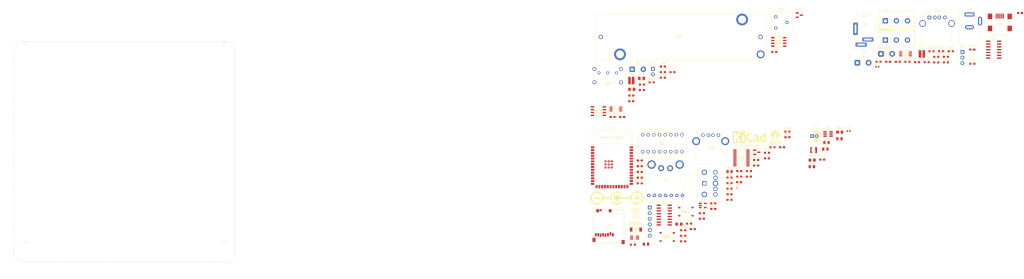
<source format=kicad_pcb>
(kicad_pcb (version 20211014) (generator pcbnew)
  (layers (0 "F.Cu" signal) (31 "B.Cu" signal) (34 "B.Paste" user) (35 "F.Paste" user) (36 "B.SilkS" user "B.Silkscreen") (37 "F.SilkS" user "F.Silkscreen") (38 "B.Mask" user) (39 "F.Mask" user) (44 "Edge.Cuts" user))
  (net 0 "")
  (net 1 "GND")
  (net 2 "+VDC")
  (net 3 "+3V3")
  (net 4 "/POWER_MEASUREMENTS/mini_power_source")
  (net 5 "Net-(C13-Pad1)")
  (net 6 "Net-(D1-Pad2)")
  (net 7 "VBUS")
  (net 8 "Net-(C23-Pad2)")
  (net 9 "Net-(R10-Pad1)")
  (net 10 "Net-(R11-Pad1)")
  (net 11 "Net-(D4-Pad2)")
  (net 12 "Net-(F1-Pad1)")
  (net 13 "Net-(IC1-Pad3)")
  (net 15 "Net-(D5-Pad1)")
  (net 18 "+5V")
  (net 19 "Power_in-")
  (net 20 "D-")
  (net 21 "D+")
  (net 22 "Net-(D6-Pad1)")
  (net 24 "/IRQ")
  (net 25 "+BATT")
  (net 26 "/A1")
  (net 27 "/POWER_MEASUREMENTS/mini_power_load")
  (net 28 "/POWER_MEASUREMENTS/source_vcc")
  (net 29 "/P3")
  (net 30 "/Vref")
  (net 31 "/A0")
  (net 32 "SCL")
  (net 34 "/POWER_MEASUREMENTS/ext_5v")
  (net 35 "Net-(J1-Pad2)")
  (net 36 "/POWER_MEASUREMENTS/load_vcc")
  (net 40 "/gain")
  (net 41 "/DATA_IN")
  (net 42 "/reset")
  (net 43 "SDA")
  (net 44 "/BCLK")
  (net 45 "TE")
  (net 46 "/POWER_MEASUREMENTS/D2-")
  (net 47 "/TX")
  (net 48 "/RX")
  (net 49 "/Power-IN-OUT-BMS/Set_charge_current")
  (net 50 "Net-(J13-Pad1)")
  (net 51 "/Power-IN-OUT-BMS/low_batt_shutoff")
  (net 52 "/Power-IN-OUT-BMS/lin_reg")
  (net 53 "/Power-IN-OUT-BMS/buck_out")
  (net 54 "/POWER_MEASUREMENTS/D2+")
  (net 55 "ADC_CH2")
  (net 56 "/POWER_MEASUREMENTS/ADC_CH3")
  (net 59 "Power_in+")
  (net 60 "ADC_CH4")
  (net 61 "/POWER_MEASUREMENTS/ADC_CH1")
  (net 69 "/BOOT")
  (net 70 "/EN")
  (net 71 "/~{RTS}")
  (net 72 "/BASE1")
  (net 73 "/~{DTR}")
  (net 74 "/BASE2")
  (net 75 "3v3_enable")
  (net 76 "/Power-IN-OUT-BMS/buck/inductor_buck")
  (net 77 "/Power-IN-OUT-BMS/Drains")
  (net 78 "/GPIO_06")
  (net 80 "/GPIO_15")
  (net 81 "/GPIO_16")
  (net 82 "/GPIO_17")
  (net 83 "/GPIO_18")
  (net 84 "/POWER_MEASUREMENTS/ADC_CH6")
  (net 90 "/Power-IN-OUT-BMS/buck/buck_input_filtered")
  (net 97 "/POWER_MEASUREMENTS/ADC_CH5")
  (net 98 "/POWER_MEASUREMENTS/ADC_CH0")
  (net 99 "/USB_OTG_D-")
  (net 100 "/USB_OTG_D+")
  (net 101 "/GPIO_03")
  (net 102 "/GPIO_46")
  (net 103 "/GPIO_09")
  (net 104 "/GPIO_10")
  (net 105 "/GPIO_11")
  (net 106 "/GPIO_12")
  (net 107 "/GPIO_13")
  (net 108 "/GPIO_14")
  (net 109 "/GPIO_21")
  (net 110 "/GPIO_47")
  (net 111 "/GPIO_48")
  (net 112 "/GPIO_45")
  (net 113 "/GPIO_35")
  (net 114 "/GPIO_36")
  (net 115 "/GPIO_37")
  (net 116 "/GPIO_38")
  (net 117 "/GPIO_39")
  (net 118 "/GPIO_40")
  (net 119 "/GPIO_41")
  (net 120 "/GPIO_42")
  (net 121 "UART0_RX")
  (net 122 "UART0_TX")
  (net 123 "/GPIO_02")
  (net 124 "/GPIO_01")
  (net 126 "Net-(IC4-Pad3)")
  (net 127 "Net-(IC4-Pad4)")
  (net 128 "Net-(IC4-Pad8)")
  (net 129 "/GPIO0")
  (net 135 "Net-(R20-Pad2)")
  (net 136 "Net-(R22-Pad2)")
  (net 137 "Net-(R27-Pad2)")
  (net 138 "Net-(R29-Pad2)")
  (net 139 "Net-(R37-Pad1)")
  (footprint "Symbol:OSHW-Logo_5.7x6mm_SilkScreen" (layer "F.Cu") (at 394.046479 93.151534)
    (fp_text reference "FID5" hide)
    (fp_text value "Fiducial" hide)
  )
  (footprint "SamacSys_Parts:DS01C254S08BE" (layer "F.Cu") (at 334.185 99.945)
    (fp_text reference "S1" (at 8.89 -3.81) (layer "F.SilkS") (effects (font (size 1.27 1.27) (thickness 0.254))))
    (fp_text value "DS01C-254-S-08BE" hide)
    (pad "1" thru_hole circle locked (at 0 0) (size 1.5 1.5) (drill 1) (layers *.Cu *.Mask))
    (pad "2" thru_hole circle locked (at 0 -7.62) (size 1.5 1.5) (drill 1) (layers *.Cu *.Mask))
    (pad "3" thru_hole circle locked (at 2.54 0) (size 1.5 1.5) (drill 1) (layers *.Cu *.Mask))
    (pad "4" thru_hole circle locked (at 2.54 -7.62) (size 1.5 1.5) (drill 1) (layers *.Cu *.Mask))
    (pad "5" thru_hole circle locked (at 5.08 0) (size 1.5 1.5) (drill 1) (layers *.Cu *.Mask))
    (pad "6" thru_hole circle locked (at 5.08 -7.62) (size 1.5 1.5) (drill 1) (layers *.Cu *.Mask))
    (pad "7" thru_hole circle locked (at 7.62 0) (size 1.5 1.5) (drill 1) (layers *.Cu *.Mask))
    (pad "8" thru_hole circle locked (at 7.62 -7.62) (size 1.5 1.5) (drill 1) (layers *.Cu *.Mask))
    (pad "9" thru_hole circle locked (at 10.16 0) (size 1.5 1.5) (drill 1) (layers *.Cu *.Mask))
    (pad "10" thru_hole circle locked (at 10.16 -7.62) (size 1.5 1.5) (drill 1) (layers *.Cu *.Mask))
    (pad "11" thru_hole circle locked (at 12.7 0) (size 1.5 1.5) (drill 1) (layers *.Cu *.Mask))
    (pad "12" thru_hole circle locked (at 12.7 -7.62) (size 1.5 1.5) (drill 1) (layers *.Cu *.Mask))
    (pad "13" thru_hole circle locked (at 15.24 0) (size 1.5 1.5) (drill 1) (layers *.Cu *.Mask))
    (pad "14" thru_hole circle locked (at 15.24 -7.62) (size 1.5 1.5) (drill 1) (layers *.Cu *.Mask))
    (pad "15" thru_hole circle locked (at 17.78 0) (size 1.5 1.5) (drill 1) (layers *.Cu *.Mask))
    (pad "16" thru_hole circle locked (at 17.78 -7.62) (size 1.5 1.5) (drill 1) (layers *.Cu *.Mask))
  )
  (footprint "Resistor_SMD:R_0603_1608Metric_Pad0.98x0.95mm_HandSolder" (layer "F.Cu") (at 377.82 111.22)
    (fp_text reference "R4" (at 0 -1.43) (layer "F.SilkS"))
    (fp_text value "10k")
    (pad "1" smd roundrect (at -0.9125 0) (size 0.975 0.95) (layers "F.Cu" "F.Paste" "F.Mask") (net 3 "+3V3"))
    (pad "2" smd roundrect (at 0.9125 0) (size 0.975 0.95) (layers "F.Cu" "F.Paste" "F.Mask") (net 115 "/GPIO_37"))
  )
  (footprint "SamacSys_Parts:SOIC127P600X170-8N" (layer "F.Cu") (at 314.16 81.605)
    (fp_text reference "IC3" (at 0 0) (layer "F.SilkS") (effects (font (size 1.27 1.27) (thickness 0.254))))
    (fp_text value "AP2112M-3.3TRG1" hide)
    (pad "1" smd rect locked (at -2.7 -1.905 90) (size 0.65 1.5) (layers "F.Cu" "F.Paste" "F.Mask") (net 52 "/Power-IN-OUT-BMS/lin_reg"))
    (pad "2" smd rect locked (at -2.7 -0.635 90) (size 0.65 1.5) (layers "F.Cu" "F.Paste" "F.Mask"))
    (pad "3" smd rect locked (at -2.7 0.635 90) (size 0.65 1.5) (layers "F.Cu" "F.Paste" "F.Mask"))
    (pad "4" smd rect locked (at -2.7 1.905 90) (size 0.65 1.5) (layers "F.Cu" "F.Paste" "F.Mask"))
    (pad "5" smd rect locked (at 2.7 1.905 90) (size 0.65 1.5) (layers "F.Cu" "F.Paste" "F.Mask") (net 75 "3v3_enable"))
    (pad "6" smd rect locked (at 2.7 0.635 90) (size 0.65 1.5) (layers "F.Cu" "F.Paste" "F.Mask") (net 1 "GND"))
    (pad "7" smd rect locked (at 2.7 -0.635 90) (size 0.65 1.5) (layers "F.Cu" "F.Paste" "F.Mask") (net 1 "GND"))
    (pad "8" smd rect locked (at 2.7 -1.905 90) (size 0.65 1.5) (layers "F.Cu" "F.Paste" "F.Mask") (net 2 "+VDC"))
  )
  (footprint "Capacitor_THT:CP_Radial_D5.0mm_P2.00mm" (layer "F.Cu") (at 410.769775 92.91)
    (fp_text reference "C22" (at 1 -3.75) (layer "F.SilkS"))
    (fp_text value "22u")
    (pad "1" thru_hole rect (at 0 0) (size 1.6 1.6) (drill 0.8) (layers *.Cu *.Mask) (net 90 "/Power-IN-OUT-BMS/buck/buck_input_filtered"))
    (pad "2" thru_hole circle (at 2 0) (size 1.6 1.6) (drill 0.8) (layers *.Cu *.Mask) (net 1 "GND"))
  )
  (footprint "LED_SMD:LED_0603_1608Metric_Pad1.05x0.95mm_HandSolder" (layer "F.Cu") (at 332.875 109.11)
    (fp_text reference "D4" (at 0 -1.43) (layer "F.SilkS"))
    (fp_text value "Green")
    (pad "1" smd roundrect (at -0.875 0) (size 1.05 0.95) (layers "F.Cu" "F.Paste" "F.Mask") (net 1 "GND"))
    (pad "2" smd roundrect (at 0.875 0) (size 1.05 0.95) (layers "F.Cu" "F.Paste" "F.Mask") (net 11 "Net-(D4-Pad2)"))
  )
  (footprint "SamacSys_Parts:PTS526SK15SMTR2LFS" (layer "F.Cu") (at 353.705 127.035)
    (fp_text reference "SW1" (at -0.25 0) (layer "F.SilkS") (effects (font (size 1.27 1.27) (thickness 0.254))))
    (fp_text value "GPIO_RESET" hide)
    (pad "1" smd rect (at -3 -1.85 90) (size 0.7 1) (layers "F.Cu" "F.Paste" "F.Mask") (net 13 "Net-(IC1-Pad3)"))
    (pad "1" smd rect (at 3 -1.85 90) (size 0.7 1) (layers "F.Cu" "F.Paste" "F.Mask") (net 13 "Net-(IC1-Pad3)"))
    (pad "2" smd rect (at -3 1.85 90) (size 0.7 1) (layers "F.Cu" "F.Paste" "F.Mask") (net 1 "GND"))
    (pad "2" smd rect (at 3 1.85 90) (size 0.7 1) (layers "F.Cu" "F.Paste" "F.Mask") (net 1 "GND"))
  )
  (footprint "TestPoint:TestPoint_2Pads_Pitch5.08mm_Drill1.3mm" (layer "F.Cu") (at 441.89 55.72)
    (fp_text reference "J12" (at 2.54 -2.5) (layer "F.SilkS"))
    (fp_text value "Conn_01x02")
    (pad "1" thru_hole roundrect (at 0 0) (size 2.6 2.6) (drill 1.3) (layers *.Cu *.Mask) (net 1 "GND"))
    (pad "2" thru_hole circle (at 5.08 0) (size 2.6 2.6) (drill 1.3) (layers *.Cu *.Mask) (net 27 "/POWER_MEASUREMENTS/mini_power_load"))
  )
  (footprint "Resistor_SMD:R_0603_1608Metric_Pad0.98x0.95mm_HandSolder" (layer "F.Cu") (at 347.64 64)
    (fp_text reference "R34" (at 0 -1.43) (layer "F.SilkS"))
    (fp_text value "10k")
    (pad "1" smd roundrect (at -0.9125 0) (size 0.975 0.95) (layers "F.Cu" "F.Paste" "F.Mask") (net 1 "GND"))
    (pad "2" smd roundrect (at 0.9125 0) (size 0.975 0.95) (layers "F.Cu" "F.Paste" "F.Mask") (net 128 "Net-(IC4-Pad8)"))
  )
  (footprint "Resistor_SMD:R_0603_1608Metric_Pad0.98x0.95mm_HandSolder" (layer "F.Cu") (at 333.82 69.57)
    (fp_text reference "R36" (at 0 -1.43) (layer "F.SilkS"))
    (fp_text value "470")
    (pad "1" smd roundrect (at -0.9125 0) (size 0.975 0.95) (layers "F.Cu" "F.Paste" "F.Mask") (net 22 "Net-(D6-Pad1)"))
    (pad "2" smd roundrect (at 0.9125 0) (size 0.975 0.95) (layers "F.Cu" "F.Paste" "F.Mask") (net 127 "Net-(IC4-Pad4)"))
  )
  (footprint "LED_SMD:LED_0603_1608Metric_Pad1.05x0.95mm_HandSolder" (layer "F.Cu") (at 332.875 106.52)
    (fp_text reference "D1" (at 0 -1.43) (layer "F.SilkS"))
    (fp_text value "Green")
    (pad "1" smd roundrect (at -0.875 0) (size 1.05 0.95) (layers "F.Cu" "F.Paste" "F.Mask") (net 1 "GND"))
    (pad "2" smd roundrect (at 0.875 0) (size 1.05 0.95) (layers "F.Cu" "F.Paste" "F.Mask") (net 6 "Net-(D1-Pad2)"))
  )
  (footprint "Package_TO_SOT_SMD:SOT-23-5" (layer "F.Cu") (at 361.33 124.26)
    (fp_text reference "U5" (at 0 -2.4) (layer "F.SilkS"))
    (fp_text value "D1213A-02SM")
    (pad "1" smd roundrect (at -1.1375 -0.95) (size 1.325 0.6) (layers "F.Cu" "F.Paste" "F.Mask"))
    (pad "2" smd roundrect (at -1.1375 0) (size 1.325 0.6) (layers "F.Cu" "F.Paste" "F.Mask") (net 1 "GND"))
    (pad "3" smd roundrect (at -1.1375 0.95) (size 1.325 0.6) (layers "F.Cu" "F.Paste" "F.Mask") (net 20 "D-"))
    (pad "4" smd roundrect (at 1.1375 0.95) (size 1.325 0.6) (layers "F.Cu" "F.Paste" "F.Mask") (net 21 "D+"))
    (pad "5" smd roundrect (at 1.1375 -0.95) (size 1.325 0.6) (layers "F.Cu" "F.Paste" "F.Mask") (net 7 "VBUS"))
  )
  (footprint "Capacitor_SMD:C_0603_1608Metric_Pad1.08x0.95mm_HandSolder" (layer "F.Cu") (at 397.2 97.93)
    (fp_text reference "C12" (at 0 -1.43) (layer "F.SilkS"))
    (fp_text value "15n")
    (pad "1" smd roundrect (at -0.8625 0) (size 1.075 0.95) (layers "F.Cu" "F.Paste" "F.Mask") (net 70 "/EN"))
    (pad "2" smd roundrect (at 0.8625 0) (size 1.075 0.95) (layers "F.Cu" "F.Paste" "F.Mask") (net 1 "GND"))
  )
  (footprint "SamacSys_Parts:SOIC127P600X175-8N" (layer "F.Cu") (at 395.68 50.335)
    (fp_text reference "Q2" (at 0 0) (layer "F.SilkS") (effects (font (size 1.27 1.27) (thickness 0.254))))
    (fp_text value "DMG9933USD-13" hide)
    (pad "1" smd rect locked (at -2.7 -1.905 90) (size 0.65 1.5) (layers "F.Cu" "F.Paste" "F.Mask") (net 25 "+BATT"))
    (pad "2" smd rect locked (at -2.7 -0.635 90) (size 0.65 1.5) (layers "F.Cu" "F.Paste" "F.Mask") (net 51 "/Power-IN-OUT-BMS/low_batt_shutoff"))
    (pad "3" smd rect locked (at -2.7 0.635 90) (size 0.65 1.5) (layers "F.Cu" "F.Paste" "F.Mask") (net 59 "Power_in+"))
    (pad "4" smd rect locked (at -2.7 1.905 90) (size 0.65 1.5) (layers "F.Cu" "F.Paste" "F.Mask") (net 18 "+5V"))
    (pad "5" smd rect locked (at 2.7 1.905 90) (size 0.65 1.5) (layers "F.Cu" "F.Paste" "F.Mask") (net 77 "/Power-IN-OUT-BMS/Drains"))
    (pad "6" smd rect locked (at 2.7 0.635 90) (size 0.65 1.5) (layers "F.Cu" "F.Paste" "F.Mask") (net 77 "/Power-IN-OUT-BMS/Drains"))
    (pad "7" smd rect locked (at 2.7 -0.635 90) (size 0.65 1.5) (layers "F.Cu" "F.Paste" "F.Mask") (net 77 "/Power-IN-OUT-BMS/Drains"))
    (pad "8" smd rect locked (at 2.7 -1.905 90) (size 0.65 1.5) (layers "F.Cu" "F.Paste" "F.Mask") (net 77 "/Power-IN-OUT-BMS/Drains"))
  )
  (footprint "SamacSys_Parts:SOP50P490X110-10N" (layer "F.Cu") (at 452.97 55.72)
    (fp_text reference "IC2" (at 0 0) (layer "F.SilkS") (effects (font (size 1.27 1.27) (thickness 0.254))))
    (fp_text value "INA2181A4QDGSRQ1" hide)
    (pad "1" smd rect locked (at -2.2 -1 90) (size 0.3 1.4) (layers "F.Cu" "F.Paste" "F.Mask") (net 56 "/POWER_MEASUREMENTS/ADC_CH3"))
    (pad "2" smd rect locked (at -2.2 -0.5 90) (size 0.3 1.4) (layers "F.Cu" "F.Paste" "F.Mask") (net 36 "/POWER_MEASUREMENTS/load_vcc"))
    (pad "3" smd rect locked (at -2.2 0 90) (size 0.3 1.4) (layers "F.Cu" "F.Paste" "F.Mask") (net 28 "/POWER_MEASUREMENTS/source_vcc"))
    (pad "4" smd rect locked (at -2.2 0.5 90) (size 0.3 1.4) (layers "F.Cu" "F.Paste" "F.Mask") (net 1 "GND"))
    (pad "5" smd rect locked (at -2.2 1 90) (size 0.3 1.4) (layers "F.Cu" "F.Paste" "F.Mask") (net 1 "GND"))
    (pad "6" smd rect locked (at 2.2 1 90) (size 0.3 1.4) (layers "F.Cu" "F.Paste" "F.Mask") (net 1 "GND"))
    (pad "7" smd rect locked (at 2.2 0.5 90) (size 0.3 1.4) (layers "F.Cu" "F.Paste" "F.Mask") (net 4 "/POWER_MEASUREMENTS/mini_power_source"))
    (pad "8" smd rect locked (at 2.2 0 90) (size 0.3 1.4) (layers "F.Cu" "F.Paste" "F.Mask") (net 27 "/POWER_MEASUREMENTS/mini_power_load"))
    (pad "9" smd rect locked (at 2.2 -0.5 90) (size 0.3 1.4) (layers "F.Cu" "F.Paste" "F.Mask") (net 61 "/POWER_MEASUREMENTS/ADC_CH1"))
    (pad "10" smd rect locked (at 2.2 -1 90) (size 0.3 1.4) (layers "F.Cu" "F.Paste" "F.Mask") (net 3 "+3V3"))
  )
  (footprint "LED_SMD:LED_0603_1608Metric_Pad1.05x0.95mm_HandSolder" (layer "F.Cu") (at 332.875 103.93)
    (fp_text reference "D3" (at 0 -1.43) (layer "F.SilkS"))
    (fp_text value "Green")
    (pad "1" smd roundrect (at -0.875 0) (size 1.05 0.95) (layers "F.Cu" "F.Paste" "F.Mask") (net 1 "GND"))
    (pad "2" smd roundrect (at 0.875 0) (size 1.05 0.95) (layers "F.Cu" "F.Paste" "F.Mask") (net 10 "Net-(R11-Pad1)"))
  )
  (footprint "Resistor_SMD:R_0603_1608Metric_Pad0.98x0.95mm_HandSolder" (layer "F.Cu") (at 466.88 57.07)
    (fp_text reference "R28" (at 0 -1.43) (layer "F.SilkS"))
    (fp_text value "100k")
    (pad "1" smd roundrect (at -0.9125 0) (size 0.975 0.95) (layers "F.Cu" "F.Paste" "F.Mask") (net 137 "Net-(R27-Pad2)"))
    (pad "2" smd roundrect (at 0.9125 0) (size 0.975 0.95) (layers "F.Cu" "F.Paste" "F.Mask") (net 97 "/POWER_MEASUREMENTS/ADC_CH5"))
  )
  (footprint "Capacitor_SMD:C_0603_1608Metric_Pad1.08x0.95mm_HandSolder" (layer "F.Cu") (at 320.56 84.26)
    (fp_text reference "C21" (at 0 -1.43) (layer "F.SilkS"))
    (fp_text value "4.7u")
    (pad "1" smd roundrect (at -0.8625 0) (size 1.075 0.95) (layers "F.Cu" "F.Paste" "F.Mask") (net 25 "+BATT"))
    (pad "2" smd roundrect (at 0.8625 0) (size 1.075 0.95) (layers "F.Cu" "F.Paste" "F.Mask") (net 1 "GND"))
  )
  (footprint "Resistor_SMD:R_0603_1608Metric_Pad0.98x0.95mm_HandSolder" (layer "F.Cu") (at 385.46 103.69)
    (fp_text reference "R12" (at 0 -1.43) (layer "F.SilkS"))
    (fp_text value "330")
    (pad "1" smd roundrect (at -0.9125 0) (size 0.975 0.95) (layers "F.Cu" "F.Paste" "F.Mask") (net 11 "Net-(D4-Pad2)"))
    (pad "2" smd roundrect (at 0.9125 0) (size 0.975 0.95) (layers "F.Cu" "F.Paste" "F.Mask") (net 108 "/GPIO_14"))
  )
  (footprint "Resistor_SMD:R_0603_1608Metric_Pad0.98x0.95mm_HandSolder" (layer "F.Cu") (at 352.48 137.96)
    (fp_text reference "R16" (at 0 -1.43) (layer "F.SilkS"))
    (fp_text value "10k")
    (pad "1" smd roundrect (at -0.9125 0) (size 0.975 0.95) (layers "F.Cu" "F.Paste" "F.Mask") (net 72 "/BASE1"))
    (pad "2" smd roundrect (at 0.9125 0) (size 0.975 0.95) (layers "F.Cu" "F.Paste" "F.Mask") (net 73 "/~{DTR}"))
  )
  (footprint "Resistor_SMD:R_0603_1608Metric_Pad0.98x0.95mm_HandSolder" (layer "F.Cu") (at 355.14 132.44)
    (fp_text reference "R5" (at 0 -1.43) (layer "F.SilkS"))
    (fp_text value "10k")
    (pad "1" smd roundrect (at -0.9125 0) (size 0.975 0.95) (layers "F.Cu" "F.Paste" "F.Mask") (net 3 "+3V3"))
    (pad "2" smd roundrect (at 0.9125 0) (size 0.975 0.95) (layers "F.Cu" "F.Paste" "F.Mask") (net 116 "/GPIO_38"))
  )
  (footprint "Package_TO_SOT_SMD:SOT-363_SC-70-6_Handsoldering" (layer "F.Cu") (at 330.51 138.79)
    (fp_text reference "Q1" (at 0 -2) (layer "F.SilkS"))
    (fp_text value "BC847BS")
    (pad "1" smd rect (at -1.33 -0.65) (size 1.5 0.4) (layers "F.Cu" "F.Paste" "F.Mask") (net 71 "/~{RTS}"))
    (pad "2" smd rect (at -1.33 0) (size 1.5 0.4) (layers "F.Cu" "F.Paste" "F.Mask") (net 72 "/BASE1"))
    (pad "3" smd rect (at -1.33 0.65) (size 1.5 0.4) (layers "F.Cu" "F.Paste" "F.Mask") (net 69 "/BOOT"))
    (pad "4" smd rect (at 1.33 0.65) (size 1.5 0.4) (layers "F.Cu" "F.Paste" "F.Mask") (net 73 "/~{DTR}"))
    (pad "5" smd rect (at 1.33 0) (size 1.5 0.4) (layers "F.Cu" "F.Paste" "F.Mask") (net 74 "/BASE2"))
    (pad "6" smd rect (at 1.33 -0.65) (size 1.5 0.4) (layers "F.Cu" "F.Paste" "F.Mask") (net 70 "/EN"))
  )
  (footprint "Package_SO:SOIC-14_3.9x8.7mm_P1.27mm" (layer "F.Cu") (at 492.83 53.85)
    (fp_text reference "U6" (at 0 -5.28) (layer "F.SilkS"))
    (fp_text value "LM324A")
    (pad "1" smd roundrect (at -2.475 -3.81) (size 1.95 0.6) (layers "F.Cu" "F.Paste" "F.Mask") (net 98 "/POWER_MEASUREMENTS/ADC_CH0"))
    (pad "2" smd roundrect (at -2.475 -2.54) (size 1.95 0.6) (layers "F.Cu" "F.Paste" "F.Mask") (net 98 "/POWER_MEASUREMENTS/ADC_CH0"))
    (pad "3" smd roundrect (at -2.475 -1.27) (size 1.95 0.6) (layers "F.Cu" "F.Paste" "F.Mask") (net 135 "Net-(R20-Pad2)"))
    (pad "4" smd roundrect (at -2.475 0) (size 1.95 0.6) (layers "F.Cu" "F.Paste" "F.Mask") (net 2 "+VDC"))
    (pad "5" smd roundrect (at -2.475 1.27) (size 1.95 0.6) (layers "F.Cu" "F.Paste" "F.Mask") (net 136 "Net-(R22-Pad2)"))
    (pad "6" smd roundrect (at -2.475 2.54) (size 1.95 0.6) (layers "F.Cu" "F.Paste" "F.Mask") (net 55 "ADC_CH2"))
    (pad "7" smd roundrect (at -2.475 3.81) (size 1.95 0.6) (layers "F.Cu" "F.Paste" "F.Mask") (net 55 "ADC_CH2"))
    (pad "8" smd roundrect (at 2.475 3.81) (size 1.95 0.6) (layers "F.Cu" "F.Paste" "F.Mask") (net 97 "/POWER_MEASUREMENTS/ADC_CH5"))
    (pad "9" smd roundrect (at 2.475 2.54) (size 1.95 0.6) (layers "F.Cu" "F.Paste" "F.Mask") (net 138 "Net-(R29-Pad2)"))
    (pad "10" smd roundrect (at 2.475 1.27) (size 1.95 0.6) (layers "F.Cu" "F.Paste" "F.Mask") (net 137 "Net-(R27-Pad2)"))
    (pad "11" smd roundrect (at 2.475 0) (size 1.95 0.6) (layers "F.Cu" "F.Paste" "F.Mask") (net 1 "GND"))
    (pad "12" smd roundrect (at 2.475 -1.27) (size 1.95 0.6) (layers "F.Cu" "F.Paste" "F.Mask") (net 139 "Net-(R37-Pad1)"))
    (pad "13" smd roundrect (at 2.475 -2.54) (size 1.95 0.6) (layers "F.Cu" "F.Paste" "F.Mask") (net 60 "ADC_CH4"))
    (pad "14" smd roundrect (at 2.475 -3.81) (size 1.95 0.6) (layers "F.Cu" "F.Paste" "F.Mask") (net 60 "ADC_CH4"))
  )
  (footprint "Capacitor_SMD:C_0603_1608Metric_Pad1.08x0.95mm_HandSolder" (layer "F.Cu") (at 415.33 103.54)
    (fp_text reference "C23" (at 0 -1.43) (layer "F.SilkS"))
    (fp_text value "22p optional")
    (pad "1" smd roundrect (at -0.8625 0) (size 1.075 0.95) (layers "F.Cu" "F.Paste" "F.Mask") (net 53 "/Power-IN-OUT-BMS/buck_out"))
    (pad "2" smd roundrect (at 0.8625 0) (size 1.075 0.95) (layers "F.Cu" "F.Paste" "F.Mask") (net 8 "Net-(C23-Pad2)"))
  )
  (footprint "Connector_USB:USB_A_Molex_67643_Horizontal" (layer "F.Cu") (at 463.758208 39.29)
    (fp_text reference "J10" (at 3.5 -3.19) (layer "F.SilkS"))
    (fp_text value "USB_A")
    (pad "1" thru_hole rect (at 0 0) (size 1.6 1.5) (drill 0.95) (layers *.Cu *.Mask) (net 27 "/POWER_MEASUREMENTS/mini_power_load"))
    (pad "2" thru_hole circle (at 2.5 0) (size 1.6 1.6) (drill 0.95) (layers *.Cu *.Mask) (net 46 "/POWER_MEASUREMENTS/D2-"))
    (pad "3" thru_hole circle (at 4.5 0) (size 1.6 1.6) (drill 0.95) (layers *.Cu *.Mask) (net 54 "/POWER_MEASUREMENTS/D2+"))
    (pad "4" thru_hole circle (at 7 0) (size 1.6 1.6) (drill 0.95) (layers *.Cu *.Mask) (net 1 "GND"))
    (pad "5" thru_hole circle (at 10.07 2.71) (size 3 3) (drill 2.3) (layers *.Cu *.Mask) (net 5 "Net-(C13-Pad1)"))
    (pad "5" thru_hole circle (at -3.07 2.71) (size 3 3) (drill 2.3) (layers *.Cu *.Mask) (net 5 "Net-(C13-Pad1)"))
  )
  (footprint "Connector_PinHeader_2.54mm:PinHeader_1x02_P2.54mm_Vertical" (layer "F.Cu") (at 338.79 62.48)
    (fp_text reference "J13" (at 0 -2.33) (layer "F.SilkS"))
    (fp_text value "Conn_01x02")
    (pad "1" thru_hole rect (at 0 0) (size 1.7 1.7) (drill 1) (layers *.Cu *.Mask) (net 50 "Net-(J13-Pad1)"))
    (pad "2" thru_hole oval (at 0 2.54) (size 1.7 1.7) (drill 1) (layers *.Cu *.Mask) (net 1 "GND"))
  )
  (footprint "Espressif:ESP32-S3-WROOM-1" (layer "F.Cu") (at 320.295 106.245)
    (fp_text reference "U4" (at 0 -17.05) (layer "F.SilkS"))
    (fp_text value "ESP32-S3-WROOM-1")
    (fp_text user "Antenna Area" (at 0 -12.75) (layer "F.SilkS"))
    (pad "1" smd rect (at -8.75 -8.26) (size 1.5 0.9) (layers "F.Cu" "F.Paste" "F.Mask") (net 1 "GND"))
    (pad "2" smd rect (at -8.75 -6.99) (size 1.5 0.9) (layers "F.Cu" "F.Paste" "F.Mask") (net 3 "+3V3"))
    (pad "3" smd rect (at -8.75 -5.72) (size 1.5 0.9) (layers "F.Cu" "F.Paste" "F.Mask") (net 70 "/EN"))
    (pad "4" smd rect (at -8.75 -4.45) (size 1.5 0.9) (layers "F.Cu" "F.Paste" "F.Mask") (net 43 "SDA"))
    (pad "5" smd rect (at -8.75 -3.18) (size 1.5 0.9) (layers "F.Cu" "F.Paste" "F.Mask") (net 32 "SCL"))
    (pad "6" smd rect (at -8.75 -1.91) (size 1.5 0.9) (layers "F.Cu" "F.Paste" "F.Mask") (net 78 "/GPIO_06"))
    (pad "7" smd rect (at -8.75 -0.64) (size 1.5 0.9) (layers "F.Cu" "F.Paste" "F.Mask") (net 41 "/DATA_IN"))
    (pad "8" smd rect (at -8.75 0.63) (size 1.5 0.9) (layers "F.Cu" "F.Paste" "F.Mask") (net 80 "/GPIO_15"))
    (pad "9" smd rect (at -8.75 1.9) (size 1.5 0.9) (layers "F.Cu" "F.Paste" "F.Mask") (net 81 "/GPIO_16"))
    (pad "10" smd rect (at -8.75 3.17) (size 1.5 0.9) (layers "F.Cu" "F.Paste" "F.Mask") (net 82 "/GPIO_17"))
    (pad "11" smd rect (at -8.75 4.44) (size 1.5 0.9) (layers "F.Cu" "F.Paste" "F.Mask") (net 83 "/GPIO_18"))
    (pad "12" smd rect (at -8.75 5.71) (size 1.5 0.9) (layers "F.Cu" "F.Paste" "F.Mask") (net 44 "/BCLK"))
    (pad "13" smd rect (at -8.75 6.98) (size 1.5 0.9) (layers "F.Cu" "F.Paste" "F.Mask") (net 99 "/USB_OTG_D-"))
    (pad "14" smd rect (at -8.75 8.25) (size 1.5 0.9) (layers "F.Cu" "F.Paste" "F.Mask") (net 100 "/USB_OTG_D+"))
    (pad "15" smd rect (at -6.985 9.5 90) (size 1.5 0.9) (layers "F.Cu" "F.Paste" "F.Mask") (net 101 "/GPIO_03"))
    (pad "16" smd rect (at -5.715 9.5 90) (size 1.5 0.9) (layers "F.Cu" "F.Paste" "F.Mask") (net 102 "/GPIO_46"))
    (pad "17" smd rect (at -4.445 9.5 90) (size 1.5 0.9) (layers "F.Cu" "F.Paste" "F.Mask") (net 103 "/GPIO_09"))
    (pad "18" smd rect (at -3.175 9.5 90) (size 1.5 0.9) (layers "F.Cu" "F.Paste" "F.Mask") (net 104 "/GPIO_10"))
    (pad "19" smd rect (at -1.905 9.5 90) (size 1.5 0.9) (layers "F.Cu" "F.Paste" "F.Mask") (net 105 "/GPIO_11"))
    (pad "20" smd rect (at -0.635 9.5 90) (size 1.5 0.9) (layers "F.Cu" "F.Paste" "F.Mask") (net 106 "/GPIO_12"))
    (pad "21" smd rect (at 0.635 9.5 90) (size 1.5 0.9) (layers "F.Cu" "F.Paste" "F.Mask") (net 107 "/GPIO_13"))
    (pad "22" smd rect (at 1.905 9.5 90) (size 1.5 0.9) (layers "F.Cu" "F.Paste" "F.Mask") (net 108 "/GPIO_14"))
    (pad "23" smd rect (at 3.175 9.5 90) (size 1.5 0.9) (layers "F.Cu" "F.Paste" "F.Mask") (net 109 "/GPIO_21"))
    (pad "24" smd rect (at 4.445 9.5 90) (size 1.5 0.9) (layers "F.Cu" "F.Paste" "F.Mask") (net 110 "/GPIO_47"))
    (pad "25" smd rect (at 5.715 9.5 90) (size 1.5 0.9) (layers "F.Cu" "F.Paste" "F.Mask") (net 111 "/GPIO_48"))
    (pad "26" smd rect (at 6.985 9.5 90) (size 1.5 0.9) (layers "F.Cu" "F.Paste" "F.Mask") (net 112 "/GPIO_45"))
    (pad "27" smd rect (at 8.75 8.25 180) (size 1.5 0.9) (layers "F.Cu" "F.Paste" "F.Mask") (net 69 "/BOOT"))
    (pad "28" smd rect (at 8.75 6.98 180) (size 1.5 0.9) (layers "F.Cu" "F.Paste" "F.Mask") (net 113 "/GPIO_35"))
    (pad "29" smd rect (at 8.75 5.71 180) (size 1.5 0.9) (layers "F.Cu" "F.Paste" "F.Mask") (net 114 "/GPIO_36"))
    (pad "30" smd rect (at 8.75 4.44 180) (size 1.5 0.9) (layers "F.Cu" "F.Paste" "F.Mask") (net 115 "/GPIO_37"))
    (pad "31" smd rect (at 8.75 3.17 180) (size 1.5 0.9) (layers "F.Cu" "F.Paste" "F.Mask") (net 116 "/GPIO_38"))
    (pad "32" smd rect (at 8.75 1.9 180) (size 1.5 0.9) (layers "F.Cu" "F.Paste" "F.Mask") (net 117 "/GPIO_39"))
    (pad "33" smd rect (at 8.75 0.63 180) (size 1.5 0.9) (layers "F.Cu" "F.Paste" "F.Mask") (net 118 "/GPIO_40"))
    (pad "34" smd rect (at 8.75 -0.64 180) (size 1.5 0.9) (layers "F.Cu" "F.Paste" "F.Mask") (net 119 "/GPIO_41"))
    (pad "35" smd rect (at 8.75 -1.91 180) (size 1.5 0.9) (layers "F.Cu" "F.Paste" "F.Mask") (net 120 "/GPIO_42"))
    (pad "36" smd rect (at 8.75 -3.18 180) (size 1.5 0.9) (layers "F.Cu" "F.Paste" "F.Mask") (net 121 "UART0_RX"))
    (pad "37" smd rect (at 8.75 -4.45 180) (size 1.5 0.9) (layers "F.Cu" "F.Paste" "F.Mask") (net 122 "UART0_TX"))
    (pad "38" smd rect (at 8.75 -5.72 180) (size 1.5 0.9) (layers "F.Cu" "F.Paste" "F.Mask") (net 123 "/GPIO_02"))
    (pad "39" smd rect (at 8.75 -6.99 180) (size 1.5 0.9) (layers "F.Cu" "F.Paste" "F.Mask") (net 124 "/GPIO_01"))
    (pad "40" smd rect (at 8.75 -8.26 180) (size 1.5 0.9) (layers "F.Cu" "F.Paste" "F.Mask") (net 1 "GND"))
    (pad "41" smd rect (at -2.9 -1.94 180) (size 0.9 0.9) (layers "F.Cu" "F.Paste" "F.Mask") (net 1 "GND"))
    (pad "41" smd rect (at -2.9 0.86 180) (size 0.9 0.9) (layers "F.Cu" "F.Paste" "F.Mask") (net 1 "GND"))
    (pad "41" smd rect (at -1.5 0.86 180) (size 0.9 0.9) (layers "F.Cu" "F.Paste" "F.Mask") (net 1 "GND"))
    (pad "41" smd rect (at -1.5 -1.94 180) (size 0.9 0.9) (layers "F.Cu" "F.Paste" "F.Mask") (net 1 "GND"))
    (pad "41" smd rect (at -2.9 -0.54 180) (size 0.9 0.9) (layers "F.Cu" "F.Paste" "F.Mask") (net 1 "GND"))
    (pad "41" smd rect (at -0.1 0.86 180) (size 0.9 0.9) (layers "F.Cu" "F.Paste" "F.Mask") (net 1 "GND"))
    (pad "41" smd rect (at -1.5 -0.54 180) (size 0.9 0.9) (layers "F.Cu" "F.Paste" "F.Mask") (net 1 "GND"))
    (pad "41" smd rect (at -0.1 -0.54 180) (size 0.9 0.9) (layers "F.Cu" "F.Paste" "F.Mask") (net 1 "GND"))
    (pad "41" smd rect (at -0.1 -1.94 180) (size 0.9 0.9) (layers "F.Cu" "F.Paste" "F.Mask") (net 1 "GND"))
  )
  (footprint "Capacitor_SMD:C_0603_1608Metric_Pad1.08x0.95mm_HandSolder" (layer "F.Cu") (at 377.76 113.73)
    (fp_text reference "C8" (at 0 -1.43) (layer "F.SilkS"))
    (fp_text value "100n")
    (pad "1" smd roundrect (at -0.8625 0) (size 1.075 0.95) (layers "F.Cu" "F.Paste" "F.Mask") (net 1 "GND"))
    (pad "2" smd roundrect (at 0.8625 0) (size 1.075 0.95) (layers "F.Cu" "F.Paste" "F.Mask") (net 3 "+3V3"))
  )
  (footprint "Resistor_SMD:R_0603_1608Metric_Pad0.98x0.95mm_HandSolder" (layer "F.Cu") (at 466.88 59.58)
    (fp_text reference "R26" (at 0 -1.43) (layer "F.SilkS"))
    (fp_text value "1Meg")
    (pad "1" smd roundrect (at -0.9125 0) (size 0.975 0.95) (layers "F.Cu" "F.Paste" "F.Mask") (net 1 "GND"))
    (pad "2" smd roundrect (at 0.9125 0) (size 0.975 0.95) (layers "F.Cu" "F.Paste" "F.Mask") (net 5 "Net-(C13-Pad1)"))
  )
  (footprint "SamacSys_Parts:1043" (layer "F.Cu") (at 315.285 48.078)
    (fp_text reference "U7" (at 35.413 0) (layer "F.SilkS") (effects (font (size 1.27 1.27) (thickness 0.254))))
    (fp_text value "1043" hide)
    (pad "1" thru_hole circle locked (at 0 0) (size 1.98 1.98) (drill 1.32) (layers *.Cu *.Mask) (net 25 "+BATT"))
    (pad "2" thru_hole circle locked (at 72.2 0) (size 1.98 1.98) (drill 1.32) (layers *.Cu *.Mask) (net 1 "GND"))
    (pad "MH1" thru_hole circle locked (at 8.64 7.87) (size 5.325 5.325) (drill 3.55) (layers *.Cu *.Mask))
    (pad "MH2" thru_hole circle locked (at 72.2 7.87) (size 3.585 3.585) (drill 2.39) (layers *.Cu *.Mask))
    (pad "MH3" thru_hole circle locked (at 63.84 -7.87) (size 5.325 5.325) (drill 3.55) (layers *.Cu *.Mask))
  )
  (footprint "Resistor_SMD:R_0603_1608Metric_Pad0.98x0.95mm_HandSolder" (layer "F.Cu") (at 473.44 54.56)
    (fp_text reference "R22" (at 0 -1.43) (layer "F.SilkS"))
    (fp_text value "10k")
    (pad "1" smd roundrect (at -0.9125 0) (size 0.975 0.95) (layers "F.Cu" "F.Paste" "F.Mask") (net 1 "GND"))
    (pad "2" smd roundrect (at 0.9125 0) (size 0.975 0.95) (layers "F.Cu" "F.Paste" "F.Mask") (net 136 "Net-(R22-Pad2)"))
  )
  (footprint "Z_mycustom_footprint_lib:DC plug jack 5.5-2.5mm" (layer "F.Cu") (at 435.201 47.985)
    (fp_text reference "J5" (at -0.254 -5.588 unlocked) (layer "F.SilkS"))
    (fp_text value "Barrel_Jack_Switch")
    (fp_circle (center -0.778 -9.652) (end 0.222 -9.652) (layer "Edge.Cuts") (width 0.12) (fill none))
    (fp_circle (center -0.778 7) (end 0.222 7) (layer "Edge.Cuts") (width 0.12) (fill none))
    (pad "1" thru_hole rect (at -4.826 -3.556) (size 2 5.5) (drill oval 0.762 4) (layers *.Cu *.Mask) (net 28 "/POWER_MEASUREMENTS/source_vcc"))
    (pad "2" thru_hole rect (at 0.762 1.27) (size 5 1.8) (drill oval 3.5 0.762) (layers *.Cu *.Mask) (net 1 "GND"))
    (pad "3" thru_hole rect (at -2.286 3.556) (size 5 1.8) (drill oval 3.5 0.762) (layers *.Cu *.Mask))
  )
  (footprint "Capacitor_SMD:C_0805_2012Metric_Pad1.18x1.45mm_HandSolder" (layer "F.Cu") (at 333.65 66.81)
    (fp_text reference "C19" (at 0 -1.68) (layer "F.SilkS"))
    (fp_text value "1u")
    (pad "1" smd roundrect (at -1.0375 0) (size 1.175 1.45) (layers "F.Cu" "F.Paste" "F.Mask") (roundrect_rratio 0.212766) (net 52 "/Power-IN-OUT-BMS/lin_reg"))
    (pad "2" smd roundrect (at 1.0375 0) (size 1.175 1.45) (layers "F.Cu" "F.Paste" "F.Mask") (roundrect_rratio 0.212766) (net 1 "GND"))
  )
  (footprint "SamacSys_Parts:SOP50P490X110-10N" (layer "F.Cu") (at 322.06 80.68)
    (fp_text reference "IC4" (at 0 0) (layer "F.SilkS") (effects (font (size 1.27 1.27) (thickness 0.254))))
    (fp_text value "MCP73834T-FCI_UN" hide)
    (pad "1" smd rect locked (at -2.2 -1 90) (size 0.3 1.4) (layers "F.Cu" "F.Paste" "F.Mask") (net 18 "+5V"))
    (pad "2" smd rect locked (at -2.2 -0.5 90) (size 0.3 1.4) (layers "F.Cu" "F.Paste" "F.Mask") (net 18 "+5V"))
    (pad "3" smd rect locked (at -2.2 0 90) (size 0.3 1.4) (layers "F.Cu" "F.Paste" "F.Mask") (net 126 "Net-(IC4-Pad3)"))
    (pad "4" smd rect locked (at -2.2 0.5 90) (size 0.3 1.4) (layers "F.Cu" "F.Paste" "F.Mask") (net 127 "Net-(IC4-Pad4)"))
    (pad "5" smd rect locked (at -2.2 1 90) (size 0.3 1.4) (layers "F.Cu" "F.Paste" "F.Mask") (net 1 "GND"))
    (pad "6" smd rect locked (at 2.2 1 90) (size 0.3 1.4) (layers "F.Cu" "F.Paste" "F.Mask") (net 49 "/Power-IN-OUT-BMS/Set_charge_current"))
    (pad "7" smd rect locked (at 2.2 0.5 90) (size 0.3 1.4) (layers "F.Cu" "F.Paste" "F.Mask") (net 45 "TE"))
    (pad "8" smd rect locked (at 2.2 0 90) (size 0.3 1.4) (layers "F.Cu" "F.Paste" "F.Mask") (net 128 "Net-(IC4-Pad8)"))
    (pad "9" smd rect locked (at 2.2 -0.5 90) (size 0.3 1.4) (layers "F.Cu" "F.Paste" "F.Mask") (net 25 "+BATT"))
    (pad "10" smd rect locked (at 2.2 -1 90) (size 0.3 1.4) (layers "F.Cu" "F.Paste" "F.Mask") (net 25 "+BATT"))
  )
  (footprint "Resistor_SMD:R_0402_1005Metric_Pad0.72x0.64mm_HandSolder" (layer "F.Cu") (at 440.23 61.55)
    (fp_text reference "R25" (at 0 -1.17) (layer "F.SilkS"))
    (fp_text value "30m")
    (pad "1" smd roundrect (at -0.5975 0) (size 0.715 0.64) (layers "F.Cu" "F.Paste" "F.Mask") (net 27 "/POWER_MEASUREMENTS/mini_power_load"))
    (pad "2" smd roundrect (at 0.5975 0) (size 0.715 0.64) (layers "F.Cu" "F.Paste" "F.Mask") (net 4 "/POWER_MEASUREMENTS/mini_power_source"))
  )
  (footprint "Fiducial:Fiducial_0.5mm_Mask1mm" (layer "F.Cu") (at 376.86 116.26)
    (fp_text reference "FID1" (at 0 -1.5) (layer "F.SilkS"))
    (fp_text value "Fiducial")
    (pad "" smd circle (at 0 0) (size 0.5 0.5) (layers "F.Cu" "F.Mask") (clearance 0.25))
  )
  (footprint "Resistor_SMD:R_0603_1608Metric_Pad0.98x0.95mm_HandSolder" (layer "F.Cu") (at 471.23 59.58)
    (fp_text reference "R32" (at 0 -1.43) (layer "F.SilkS"))
    (fp_text value "10k")
    (pad "1" smd roundrect (at -0.9125 0) (size 0.975 0.95) (layers "F.Cu" "F.Paste" "F.Mask") (net 1 "GND"))
    (pad "2" smd roundrect (at 0.9125 0) (size 0.975 0.95) (layers "F.Cu" "F.Paste" "F.Mask") (net 84 "/POWER_MEASUREMENTS/ADC_CH6"))
  )
  (footprint "Resistor_SMD:R_0612_1632Metric_Pad1.18x3.40mm_HandSolder" (layer "F.Cu") (at 460.36 55.78)
    (fp_text reference "R24" (at 0 -2.65) (layer "F.SilkS"))
    (fp_text value "5m")
    (pad "1" smd roundrect (at -0.8375 0) (size 1.175 3.4) (layers "F.Cu" "F.Paste" "F.Mask") (roundrect_rratio 0.212766) (net 28 "/POWER_MEASUREMENTS/source_vcc"))
    (pad "2" smd roundrect (at 0.8375 0) (size 1.175 3.4) (layers "F.Cu" "F.Paste" "F.Mask") (roundrect_rratio 0.212766) (net 36 "/POWER_MEASUREMENTS/load_vcc"))
  )
  (footprint "SamacSys_Parts:MEM20510019500A" (layer "F.Cu") (at 318.76 133.834)
    (fp_text reference "J2" (at 0 0) (layer "F.SilkS") (effects (font (size 1.27 1.27) (thickness 0.254))))
    (fp_text value "MEM2051-00-195-00-A" hide)
    (pad "MP1" smd rect locked (at -4.975 -7.199) (size 1.3 1.4) (layers "F.Cu" "F.Paste" "F.Mask") (net 1 "GND"))
    (pad "MP2" smd rect locked (at -3.585 -7.425 90) (size 0.95 1) (layers "F.Cu" "F.Paste" "F.Mask") (net 119 "/GPIO_41"))
    (pad "MP3" smd rect locked (at 0.725 -7.199) (size 1.3 1.4) (layers "F.Cu" "F.Paste" "F.Mask") (net 1 "GND"))
    (pad "MP4" smd rect locked (at -6.575 5.95) (size 1.4 1.9) (layers "F.Cu" "F.Paste" "F.Mask") (net 1 "GND"))
    (pad "MP5" smd rect locked (at 6.575 6.95) (size 1.4 1.9) (layers "F.Cu" "F.Paste" "F.Mask") (net 1 "GND"))
    (pad "P1" smd rect locked (at 1.915 3.661) (size 0.8 1.5) (layers "F.Cu" "F.Paste" "F.Mask") (net 116 "/GPIO_38"))
    (pad "P2" smd rect locked (at 0.815 3.261) (size 0.8 1.5) (layers "F.Cu" "F.Paste" "F.Mask") (net 117 "/GPIO_39"))
    (pad "P3" smd rect locked (at -0.285 3.661) (size 0.8 1.5) (layers "F.Cu" "F.Paste" "F.Mask") (net 118 "/GPIO_40"))
    (pad "P4" smd rect locked (at -1.385 3.861) (size 0.8 1.5) (layers "F.Cu" "F.Paste" "F.Mask") (net 3 "+3V3"))
    (pad "P5" smd rect locked (at -2.485 3.661) (size 0.8 1.5) (layers "F.Cu" "F.Paste" "F.Mask") (net 120 "/GPIO_42"))
    (pad "P6" smd rect locked (at -3.585 3.861) (size 0.8 1.5) (layers "F.Cu" "F.Paste" "F.Mask") (net 1 "GND"))
    (pad "P7" smd rect locked (at -4.685 3.661) (size 0.8 1.5) (layers "F.Cu" "F.Paste" "F.Mask") (net 114 "/GPIO_36"))
    (pad "P8" smd rect locked (at -5.785 3.661) (size 0.8 1.5) (layers "F.Cu" "F.Paste" "F.Mask") (net 115 "/GPIO_37"))
  )
  (footprint "Capacitor_SMD:C_0805_2012Metric_Pad1.18x1.45mm_HandSolder" (layer "F.Cu") (at 350.56 132.69)
    (fp_text reference "C5" (at 0 -1.68) (layer "F.SilkS"))
    (fp_text value "22u")
    (pad "1" smd roundrect (at -1.0375 0) (size 1.175 1.45) (layers "F.Cu" "F.Paste" "F.Mask") (roundrect_rratio 0.212766) (net 3 "+3V3"))
    (pad "2" smd roundrect (at 1.0375 0) (size 1.175 1.45) (layers "F.Cu" "F.Paste" "F.Mask") (roundrect_rratio 0.212766) (net 1 "GND"))
  )
  (footprint "Potentiometer_THT:Potentiometer_Bourns_3386F_Vertical" (layer "F.Cu") (at 394.34 44.08)
    (fp_text reference "RV1" (at 2.655 -8.555) (layer "F.SilkS"))
    (fp_text value "R_Potentiometer")
    (pad "1" thru_hole circle (at 0 0) (size 1.44 1.44) (drill 0.8) (layers *.Cu *.Mask) (net 50 "Net-(J13-Pad1)"))
    (pad "2" thru_hole circle (at 5.08 -2.54) (size 1.44 1.44) (drill 0.8) (layers *.Cu *.Mask) (net 1 "GND"))
    (pad "3" thru_hole circle (at 0 -5.08) (size 1.44 1.44) (drill 0.8) (layers *.Cu *.Mask) (net 49 "/Power-IN-OUT-BMS/Set_charge_current"))
  )
  (footprint "Capacitor_SMD:C_0603_1608Metric_Pad1.08x0.95mm_HandSolder" (layer "F.Cu") (at 360.93 130.25)
    (fp_text reference "C2" (at 0 -1.43) (layer "F.SilkS"))
    (fp_text value "100n")
    (pad "1" smd roundrect (at -0.8625 0) (size 1.075 0.95) (layers "F.Cu" "F.Paste" "F.Mask") (net 1 "GND"))
    (pad "2" smd roundrect (at 0.8625 0) (size 1.075 0.95) (layers "F.Cu" "F.Paste" "F.Mask") (net 2 "+VDC"))
  )
  (footprint "Capacitor_SMD:C_0603_1608Metric_Pad1.08x0.95mm_HandSolder" (layer "F.Cu") (at 385.46 106.2)
    (fp_text reference "C6" (at 0 -1.43) (layer "F.SilkS"))
    (fp_text value "100n")
    (pad "1" smd roundrect (at -0.8625 0) (size 1.075 0.95) (layers "F.Cu" "F.Paste" "F.Mask") (net 3 "+3V3"))
    (pad "2" smd roundrect (at 0.8625 0) (size 1.075 0.95) (layers "F.Cu" "F.Paste" "F.Mask") (net 1 "GND"))
  )
  (footprint "Diode_THT:D_DO-15_P5.08mm_Vertical_AnodeUp" (layer "F.Cu") (at 329.41 62.73)
    (fp_text reference "D7" (at 2.54 -2.92) (layer "F.SilkS"))
    (fp_text value "D_Shockley")
    (fp_text user "A" (at 3.18 1.2) (layer "F.SilkS"))
    (pad "1" thru_hole rect (at 0 0) (size 2.4 2.4) (drill 1.2) (layers *.Cu *.Mask) (net 59 "Power_in+"))
    (pad "2" thru_hole oval (at 5.08 0) (size 2.4 2.4) (drill 1.2) (layers *.Cu *.Mask) (net 18 "+5V"))
  )
  (footprint "Resistor_SMD:R_0603_1608Metric_Pad0.98x0.95mm_HandSolder" (layer "F.Cu") (at 469.09 54.56)
    (fp_text reference "R27" (at 0 -1.43) (layer "F.SilkS"))
    (fp_text value "1k")
    (pad "1" smd roundrect (at -0.9125 0) (size 0.975 0.95) (layers "F.Cu" "F.Paste" "F.Mask") (net 19 "Power_in-"))
    (pad "2" smd roundrect (at 0.9125 0) (size 0.975 0.95) (layers "F.Cu" "F.Paste" "F.Mask") (net 137 "Net-(R27-Pad2)"))
  )
  (footprint "SamacSys_Parts:SOP65P640X120-24N" (layer "F.Cu") (at 378.81 102.735)
    (fp_text reference "IC1" (at 0 0) (layer "F.SilkS") (effects (font (size 1.27 1.27) (thickness 0.254))))
    (fp_text value "XRA1203IG24TR-F" hide)
    (pad "1" smd rect locked (at -2.95 -3.575 90) (size 0.45 1.5) (layers "F.Cu" "F.Paste" "F.Mask") (net 24 "/IRQ"))
    (pad "2" smd rect locked (at -2.95 -2.925 90) (size 0.45 1.5) (layers "F.Cu" "F.Paste" "F.Mask") (net 26 "/A1"))
    (pad "3" smd rect locked (at -2.95 -2.275 90) (size 0.45 1.5) (layers "F.Cu" "F.Paste" "F.Mask") (net 13 "Net-(IC1-Pad3)"))
    (pad "4" smd rect locked (at -2.95 -1.625 90) (size 0.45 1.5) (layers "F.Cu" "F.Paste" "F.Mask"))
    (pad "5" smd rect locked (at -2.95 -0.975 90) (size 0.45 1.5) (layers "F.Cu" "F.Paste" "F.Mask"))
    (pad "6" smd rect locked (at -2.95 -0.325 90) (size 0.45 1.5) (layers "F.Cu" "F.Paste" "F.Mask"))
    (pad "7" smd rect locked (at -2.95 0.325 90) (size 0.45 1.5) (layers "F.Cu" "F.Paste" "F.Mask"))
    (pad "8" smd rect locked (at -2.95 0.975 90) (size 0.45 1.5) (layers "F.Cu" "F.Paste" "F.Mask"))
    (pad "9" smd rect locked (at -2.95 1.625 90) (size 0.45 1.5) (layers "F.Cu" "F.Paste" "F.Mask"))
    (pad "10" smd rect locked (at -2.95 2.275 90) (size 0.45 1.5) (layers "F.Cu" "F.Paste" "F.Mask"))
    (pad "11" smd rect locked (at -2.95 2.925 90) (size 0.45 1.5) (layers "F.Cu" "F.Paste" "F.Mask"))
    (pad "12" smd rect locked (at -2.95 3.575 90) (size 0.45 1.5) (layers "F.Cu" "F.Paste" "F.Mask") (net 1 "GND"))
    (pad "13" smd rect locked (at 2.95 3.575 90) (size 0.45 1.5) (layers "F.Cu" "F.Paste" "F.Mask"))
    (pad "14" smd rect locked (at 2.95 2.925 90) (size 0.45 1.5) (layers "F.Cu" "F.Paste" "F.Mask"))
    (pad "15" smd rect locked (at 2.95 2.275 90) (size 0.45 1.5) (layers "F.Cu" "F.Paste" "F.Mask"))
    (pad "16" smd rect locked (at 2.95 1.625 90) (size 0.45 1.5) (layers "F.Cu" "F.Paste" "F.Mask"))
    (pad "17" smd rect locked (at 2.95 0.975 90) (size 0.45 1.5) (layers "F.Cu" "F.Paste" "F.Mask"))
    (pad "18" smd rect locked (at 2.95 0.325 90) (size 0.45 1.5) (layers "F.Cu" "F.Paste" "F.Mask"))
    (pad "19" smd rect locked (at 2.95 -0.325 90) (size 0.45 1.5) (layers "F.Cu" "F.Paste" "F.Mask"))
    (pad "20" smd rect locked (at 2.95 -0.975 90) (size 0.45 1.5) (layers "F.Cu" "F.Paste" "F.Mask"))
    (pad "21" smd rect locked (at 2.95 -1.625 90) (size 0.45 1.5) (layers "F.Cu" "F.Paste" "F.Mask") (net 31 "/A0"))
    (pad "22" smd rect locked (at 2.95 -2.275 90) (size 0.45 1.5) (layers "F.Cu" "F.Paste" "F.Mask") (net 32 "SCL"))
    (pad "23" smd rect locked (at 2.95 -2.925 90) (size 0.45 1.5) (layers "F.Cu" "F.Paste" "F.Mask") (net 43 "SDA"))
    (pad "24" smd rect locked (at 2.95 -3.575 90) (size 0.45 1.5) (layers "F.Cu" "F.Paste" "F.Mask") (net 3 "+3V3"))
  )
  (footprint "Fuse:Fuse_0603_1608Metric_Pad1.05x0.95mm_HandSolder" (layer "F.Cu") (at 329.01 77.11)
    (fp_text reference "F2" (at 0 -1.43) (layer "F.SilkS"))
    (fp_text value "1.5 A")
    (pad "1" smd roundrect (at -0.875 0) (size 1.05 0.95) (layers "F.Cu" "F.Paste" "F.Mask") (net 19 "Power_in-"))
    (pad "2" smd roundrect (at 0.875 0) (size 1.05 0.95) (layers "F.Cu" "F.Paste" "F.Mask") (net 2 "+VDC"))
  )
  (footprint "Resistor_SMD:R_0603_1608Metric_Pad0.98x0.95mm_HandSolder" (layer "F.Cu") (at 471.23 57.07)
    (fp_text reference "R21" (at 0 -1.43) (layer "F.SilkS"))
    (fp_text value "10k")
    (pad "1" smd roundrect (at -0.9125 0) (size 0.975 0.95) (layers "F.Cu" "F.Paste" "F.Mask") (net 135 "Net-(R20-Pad2)"))
    (pad "2" smd roundrect (at 0.9125 0) (size 0.975 0.95) (layers "F.Cu" "F.Paste" "F.Mask") (net 4 "/POWER_MEASUREMENTS/mini_power_source"))
  )
  (footprint "Connectors:SCREWTERMINAL-5MM-3" (layer "F.Cu") (at 443.86484 40.79522)
    (fp_text reference "J9" (at 0 -4.826) (layer "F.SilkS") (effects (font (size 0.6096 0.6096) (thickness 0.127))))
    (fp_text value "Conn_01x03" (at 0 3.937) (layer "F.SilkS") (effects (font (size 0.6096 0.6096) (thickness 0.127))))
    (pad "1" thru_hole rect locked (at 0 0) (size 2.413 2.413) (drill 1.29794) (layers *.Cu *.Mask) (net 28 "/POWER_MEASUREMENTS/source_vcc"))
    (pad "2" thru_hole circle locked (at 4.99872 0) (size 2.413 2.413) (drill 1.29794) (layers *.Cu *.Mask) (net 1 "GND"))
    (pad "3" thru_hole circle locked (at 9.99998 0) (size 2.413 2.413) (drill 1.29794) (layers *.Cu *.Mask))
  )
  (footprint "Resistor_SMD:R_0603_1608Metric_Pad0.98x0.95mm_HandSolder" (layer "F.Cu") (at 366.08 123.29)
    (fp_text reference "R17" (at 0 -1.43) (layer "F.SilkS"))
    (fp_text value "10k")
    (pad "1" smd roundrect (at -0.9125 0) (size 0.975 0.95) (layers "F.Cu" "F.Paste" "F.Mask") (net 69 "/BOOT"))
    (pad "2" smd roundrect (at 0.9125 0) (size 0.975 0.95) (layers "F.Cu" "F.Paste" "F.Mask") (net 3 "+3V3"))
  )
  (footprint "Symbol:WEEE-Logo_5.6x8mm_SilkScreen" (layer "F.Cu") (at 330.897368 128.90639)
    (fp_text reference "FID4" hide)
    (fp_text value "Fiducial" hide)
  )
  (footprint "Capacitor_SMD:C_0805_2012Metric" (layer "F.Cu") (at 416.73 98.8)
    (fp_text reference "C25" (at 0 -1.68) (layer "F.SilkS"))
    (fp_text value "10u")
    (pad "1" smd roundrect (at -0.95 0) (size 1 1.45) (layers "F.Cu" "F.Paste" "F.Mask") (net 53 "/Power-IN-OUT-BMS/buck_out"))
    (pad "2" smd roundrect (at 0.95 0) (size 1 1.45) (layers "F.Cu" "F.Paste" "F.Mask") (net 1 "GND"))
  )
  (footprint "SamacSys_Parts:10033527N3112MLF" (layer "F.Cu") (at 495.605 42.595)
    (fp_text reference "J7" (at 0 -0.225) (layer "F.SilkS") (effects (font (size 1.27 1.27) (thickness 0.254))))
    (fp_text value "10033527-N3112MLF" hide)
    (pad "" np_thru_hole circle locked (at 2.2 -1.25) (size 0.001 0.001) (drill 0.9) (layers *.Cu *.Mask))
    (pad "" np_thru_hole circle locked (at -2.2 -1.25) (size 0.001 0.001) (drill 0.9) (layers *.Cu *.Mask))
    (pad "1" smd rect locked (at -1.6 -3.925) (size 0.5 2.25) (layers "F.Cu" "F.Paste" "F.Mask") (net 34 "/POWER_MEASUREMENTS/ext_5v"))
    (pad "2" smd rect locked (at -0.8 -3.925) (size 0.5 2.25) (layers "F.Cu" "F.Paste" "F.Mask") (net 46 "/POWER_MEASUREMENTS/D2-"))
    (pad "3" smd rect locked (at 0 -3.925) (size 0.5 2.25) (layers "F.Cu" "F.Paste" "F.Mask") (net 54 "/POWER_MEASUREMENTS/D2+"))
    (pad "4" smd rect locked (at 0.8 -3.925) (size 0.5 2.25) (layers "F.Cu" "F.Paste" "F.Mask") (net 1 "GND"))
    (pad "5" smd rect locked (at 1.6 -3.925) (size 0.5 2.25) (layers "F.Cu" "F.Paste" "F.Mask"))
    (pad "MP1" smd rect locked (at -4.45 -3.8) (size 2 2.5) (layers "F.Cu" "F.Paste" "F.Mask") (net 1 "GND"))
    (pad "MP2" smd rect locked (at 4.45 -3.8) (size 2 2.5) (layers "F.Cu" "F.Paste" "F.Mask") (net 1 "GND"))
    (pad "MP3" smd rect locked (at -4.45 1.65) (size 2 2.5) (layers "F.Cu" "F.Paste" "F.Mask") (net 1 "GND"))
    (pad "MP4" smd rect locked (at 4.45 1.65) (size 2 2.5) (layers "F.Cu" "F.Paste" "F.Mask") (net 1 "GND"))
  )
  (footprint "Package_SO:SOIC-16_3.9x9.9mm_P1.27mm" (layer "F.Cu") (at 343.93 128.61)
    (fp_text reference "U2" (at 0 -5.9) (layer "F.SilkS"))
    (fp_text value "MCP3208")
    (pad "1" smd roundrect (at -2.475 -4.445) (size 1.95 0.6) (layers "F.Cu" "F.Paste" "F.Mask") (net 98 "/POWER_MEASUREMENTS/ADC_CH0"))
    (pad "2" smd roundrect (at -2.475 -3.175) (size 1.95 0.6) (layers "F.Cu" "F.Paste" "F.Mask") (net 61 "/POWER_MEASUREMENTS/ADC_CH1"))
    (pad "3" smd roundrect (at -2.475 -1.905) (size 1.95 0.6) (layers "F.Cu" "F.Paste" "F.Mask") (net 55 "ADC_CH2"))
    (pad "4" smd roundrect (at -2.475 -0.635) (size 1.95 0.6) (layers "F.Cu" "F.Paste" "F.Mask") (net 56 "/POWER_MEASUREMENTS/ADC_CH3"))
    (pad "5" smd roundrect (at -2.475 0.635) (size 1.95 0.6) (layers "F.Cu" "F.Paste" "F.Mask") (net 60 "ADC_CH4"))
    (pad "6" smd roundrect (at -2.475 1.905) (size 1.95 0.6) (layers "F.Cu" "F.Paste" "F.Mask") (net 97 "/POWER_MEASUREMENTS/ADC_CH5"))
    (pad "7" smd roundrect (at -2.475 3.175) (size 1.95 0.6) (layers "F.Cu" "F.Paste" "F.Mask") (net 84 "/POWER_MEASUREMENTS/ADC_CH6"))
    (pad "8" smd roundrect (at -2.475 4.445) (size 1.95 0.6) (layers "F.Cu" "F.Paste" "F.Mask"))
    (pad "9" smd roundrect (at 2.475 4.445) (size 1.95 0.6) (layers "F.Cu" "F.Paste" "F.Mask") (net 1 "GND"))
    (pad "10" smd roundrect (at 2.475 3.175) (size 1.95 0.6) (layers "F.Cu" "F.Paste" "F.Mask") (net 107 "/GPIO_13"))
    (pad "11" smd roundrect (at 2.475 1.905) (size 1.95 0.6) (layers "F.Cu" "F.Paste" "F.Mask") (net 106 "/GPIO_12"))
    (pad "12" smd roundrect (at 2.475 0.635) (size 1.95 0.6) (layers "F.Cu" "F.Paste" "F.Mask") (net 105 "/GPIO_11"))
    (pad "13" smd roundrect (at 2.475 -0.635) (size 1.95 0.6) (layers "F.Cu" "F.Paste" "F.Mask") (net 104 "/GPIO_10"))
    (pad "14" smd roundrect (at 2.475 -1.905) (size 1.95 0.6) (layers "F.Cu" "F.Paste" "F.Mask") (net 1 "GND"))
    (pad "15" smd roundrect (at 2.475 -3.175) (size 1.95 0.6) (layers "F.Cu" "F.Paste" "F.Mask") (net 30 "/Vref"))
    (pad "16" smd roundrect (at 2.475 -4.445) (size 1.95 0.6) (layers "F.Cu" "F.Paste" "F.Mask") (net 2 "+VDC"))
  )
  (footprint "Resistor_SMD:R_0603_1608Metric_Pad0.98x0.95mm_HandSolder" (layer "F.Cu") (at 399.6 90.89)
    (fp_text reference "R19" (at 0 -1.43) (layer "F.SilkS"))
    (fp_text value "10k")
    (pad "1" smd roundrect (at -0.9125 0) (size 0.975 0.95) (layers "F.Cu" "F.Paste" "F.Mask") (net 71 "/~{RTS}"))
    (pad "2" smd roundrect (at 0.9125 0) (size 0.975 0.95) (layers "F.Cu" "F.Paste" "F.Mask") (net 74 "/BASE2"))
  )
  (footprint "Capacitor_SMD:C_0603_1608Metric_Pad1.08x0.95mm_HandSolder" (layer "F.Cu") (at 366.08 125.8)
    (fp_text reference "C9" (at 0 -1.43) (layer "F.SilkS"))
    (fp_text value "1u")
    (pad "1" smd roundrect (at -0.8625 0) (size 1.075 0.95) (layers "F.Cu" "F.Paste" "F.Mask") (net 18 "+5V"))
    (pad "2" smd roundrect (at 0.8625 0) (size 1.075 0.95) (layers "F.Cu" "F.Paste" "F.Mask") (net 1 "GND"))
  )
  (footprint "Capacitor_SMD:C_0603_1608Metric_Pad1.08x0.95mm_HandSolder" (layer "F.Cu") (at 373.41 119.19)
    (fp_text reference "C10" (at 0 -1.43) (layer "F.SilkS"))
    (fp_text value "100n")
    (pad "1" smd roundrect (at -0.8625 0) (size 1.075 0.95) (layers "F.Cu" "F.Paste" "F.Mask") (net 69 "/BOOT"))
    (pad "2" smd roundrect (at 0.8625 0) (size 1.075 0.95) (layers "F.Cu" "F.Paste" "F.Mask") (net 1 "GND"))
  )
  (footprint "Capacitor_SMD:C_0603_1608Metric_Pad1.08x0.95mm_HandSolder" (layer "F.Cu") (at 377.82 108.71)
    (fp_text reference "C3" (at 0 -1.43) (layer "F.SilkS"))
    (fp_text value "100n")
    (pad "1" smd roundrect (at -0.8625 0) (size 1.075 0.95) (layers "F.Cu" "F.Paste" "F.Mask") (net 1 "GND"))
    (pad "2" smd roundrect (at 0.8625 0) (size 1.075 0.95) (layers "F.Cu" "F.Paste" "F.Mask") (net 30 "/Vref"))
  )
  (footprint "Capacitor_SMD:C_0603_1608Metric_Pad1.08x0.95mm_HandSolder" (layer "F.Cu") (at 356.83 134.95)
    (fp_text reference "C4" (at 0 -1.43) (layer "F.SilkS"))
    (fp_text value "10u")
    (pad "1" smd roundrect (at -0.8625 0) (size 1.075 0.95) (layers "F.Cu" "F.Paste" "F.Mask") (net 2 "+VDC"))
    (pad "2" smd roundrect (at 0.8625 0) (size 1.075 0.95) (layers "F.Cu" "F.Paste" "F.Mask") (net 1 "GND"))
  )
  (footprint "Connector_PinHeader_2.54mm:PinHeader_1x03_P2.54mm_Vertical" (layer "F.Cu") (at 478.68 54.87)
    (fp_text reference "JP1" (at 0 -2.33) (layer "F.SilkS"))
    (fp_text value "Jumper_3_Open")
    (pad "1" thru_hole rect (at 0 0) (size 1.7 1.7) (drill 1) (layers *.Cu *.Mask) (net 18 "+5V"))
    (pad "2" thru_hole oval (at 0 2.54) (size 1.7 1.7) (drill 1) (layers *.Cu *.Mask) (net 4 "/POWER_MEASUREMENTS/mini_power_source"))
    (pad "3" thru_hole oval (at 0 5.08) (size 1.7 1.7) (drill 1) (layers *.Cu *.Mask) (net 34 "/POWER_MEASUREMENTS/ext_5v"))
  )
  (footprint "LED_SMD:LED_0603_1608Metric_Pad1.05x0.95mm_HandSolder" (layer "F.Cu") (at 332.875 111.7)
    (fp_text reference "D2" (at 0 -1.43) (layer "F.SilkS"))
    (fp_text value "Green")
    (pad "1" smd roundrect (at -0.875 0) (size 1.05 0.95) (layers "F.Cu" "F.Paste" "F.Mask") (net 1 "GND"))
    (pad "2" smd roundrect (at 0.875 0) (size 1.05 0.95) (layers "F.Cu" "F.Paste" "F.Mask") (net 9 "Net-(R10-Pad1)"))
  )
  (footprint "Resistor_SMD:R_0603_1608Metric_Pad0.98x0.95mm_HandSolder" (layer "F.Cu") (at 333.82 72.08)
    (fp_text reference "R39" (at 0 -1.43) (layer "F.SilkS"))
    (fp_text value "10k")
    (pad "1" smd roundrect (at -0.9125 0) (size 0.975 0.95) (layers "F.Cu" "F.Paste" "F.Mask") (net 1 "GND"))
    (pad "2" smd roundrect (at 0.9125 0) (size 0.975 0.95) (layers "F.Cu" "F.Paste" "F.Mask") (net 18 "+5V"))
  )
  (footprint "TestPoint:TestPoint_2Pads_Pitch5.08mm_Drill1.3mm" (layer "F.Cu") (at 431.2 59.76)
    (fp_text reference "J6" (at 2.54 -2.5) (layer "F.SilkS"))
    (fp_text value "Conn_01x02")
    (pad "1" thru_hole roundrect (at 0 0) (size 2.6 2.6) (drill 1.3) (layers *.Cu *.Mask) (net 34 "/POWER_MEASUREMENTS/ext_5v"))
    (pad "2" thru_hole circle (at 5.08 0) (size 2.6 2.6) (drill 1.3) (layers *.Cu *.Mask) (net 1 "GND"))
  )
  (footprint "SamacSys_Parts:BEADC4516X185N" (layer "F.Cu") (at 331.11 135.14)
    (fp_text reference "FB1" (at 0 0) (layer "F.SilkS") (effects (font (size 1.27 1.27) (thickness 0.254))))
    (fp_text value "HI1806T600R-10" hide)
    (pad "1" smd rect locked (at -2.15 0) (size 1.2 1.85) (layers "F.Cu" "F.Paste" "F.Mask") (net 7 "VBUS"))
    (pad "2" smd rect locked (at 2.15 0) (size 1.2 1.85) (layers "F.Cu" "F.Paste" "F.Mask") (net 12 "Net-(F1-Pad1)"))
  )
  (footprint "Package_TO_SOT_SMD:SOT-23" (layer "F.Cu") (at 385.73 100.21)
    (fp_text reference "U1" (at 0 -2.4) (layer "F.SilkS"))
    (fp_text value "LM4040DBZ-3")
    (pad "1" smd roundrect (at -0.9375 -0.95) (size 1.475 0.6) (layers "F.Cu" "F.Paste" "F.Mask") (net 30 "/Vref"))
    (pad "2" smd roundrect (at -0.9375 0.95) (size 1.475 0.6) (layers "F.Cu" "F.Paste" "F.Mask") (net 1 "GND"))
    (pad "3" smd roundrect (at 0.9375 0) (size 1.475 0.6) (layers "F.Cu" "F.Paste" "F.Mask"))
  )
  (footprint "Resistor_SMD:R_0603_1608Metric_Pad0.98x0.95mm_HandSolder" (layer "F.Cu") (at 373.41 116.68)
    (fp_text reference "R8" (at 0 -1.43) (layer "F.SilkS"))
    (fp_text value "10k")
    (pad "1" smd roundrect (at -0.9125 0) (size 0.975 0.95) (layers "F.Cu" "F.Paste" "F.Mask") (net 3 "+3V3"))
    (pad "2" smd roundrect (at 0.9125 0) (size 0.975 0.95) (layers "F.Cu" "F.Paste" "F.Mask") (net 120 "/GPIO_42"))
  )
  (footprint "Capacitor_SMD:C_0603_1608Metric_Pad1.08x0.95mm_HandSolder" (layer "F.Cu") (at 399.6 93.4)
    (fp_text reference "C1" (at 0 -1.43) (layer "F.SilkS"))
    (fp_text value "100n")
    (pad "1" smd roundrect (at -0.8625 0) (size 1.075 0.95) (layers "F.Cu" "F.Paste" "F.Mask") (net 2 "+VDC"))
    (pad "2" smd roundrect (at 0.8625 0) (size 1.075 0.95) (layers "F.Cu" "F.Paste" "F.Mask") (net 1 "GND"))
  )
  (footprint "Connectors:SCREWTERMINAL-5MM-3" (layer "F.Cu") (at 443.86484 49.49522)
    (fp_text reference "J11" (at 0 -4.826) (layer "F.SilkS") (effects (font (size 0.6096 0.6096) (thickness 0.127))))
    (fp_text value "Conn_01x03" (at 0 3.937) (layer "F.SilkS") (effects (font (size 0.6096 0.6096) (thickness 0.127))))
    (pad "1" thru_hole rect locked (at 0 0) (size 2.413 2.413) (drill 1.29794) (layers *.Cu *.Mask) (net 36 "/POWER_MEASUREMENTS/load_vcc"))
    (pad "2" thru_hole circle locked (at 4.99872 0) (size 2.413 2.413) (drill 1.29794) (layers *.Cu *.Mask) (net 1 "GND"))
    (pad "3" thru_hole circle locked (at 9.99998 0) (size 2.413 2.413) (drill 1.29794) (layers *.Cu *.Mask))
  )
  (footprint "Resistor_SMD:R_0603_1608Metric_Pad0.98x0.95mm_HandSolder" (layer "F.Cu") (at 453.83 59.3)
    (fp_text reference "R20" (at 0 -1.43) (layer "F.SilkS"))
    (fp_text value "10k")
    (pad "1" smd roundrect (at -0.9125 0) (size 0.975 0.95) (layers "F.Cu" "F.Paste" "F.Mask") (net 1 "GND"))
    (pad "2" smd roundrect (at 0.9125 0) (size 0.975 0.95) (layers "F.Cu" "F.Paste" "F.Mask") (net 135 "Net-(R20-Pad2)"))
  )
  (footprint "Capacitor_SMD:C_0603_1608Metric_Pad1.08x0.95mm_HandSolder" (layer "F.Cu") (at 458.18 59.51)
    (fp_text reference "C17" (at 0 -1.43) (layer "F.SilkS"))
    (fp_text value "100n")
    (pad "1" smd roundrect (at -0.8625 0) (size 1.075 0.95) (layers "F.Cu" "F.Paste" "F.Mask") (net 1 "GND"))
    (pad "2" smd roundrect (at 0.8625 0) (size 1.075 0.95) (layers "F.Cu" "F.Paste" "F.Mask") (net 2 "+VDC"))
  )
  (footprint "Capacitor_SMD:C_0805_2012Metric" (layer "F.Cu") (at 423.11 94.09)
    (fp_text reference "C26" (at 0 -1.68) (layer "F.SilkS"))
    (fp_text value "10u")
    (pad "1" smd roundrect (at -0.95 0) (size 1 1.45) (layers "F.Cu" "F.Paste" "F.Mask") (net 53 "/Power-IN-OUT-BMS/buck_out"))
    (pad "2" smd roundrect (at 0.95 0) (size 1 1.45) (layers "F.Cu" "F.Paste" "F.Mask") (net 1 "GND"))
  )
  (footprint "Capacitor_SMD:C_0603_1608Metric_Pad1.08x0.95mm_HandSolder" (layer "F.Cu") (at 382.17 111.22)
    (fp_text reference "C11" (at 0 -1.43) (layer "F.SilkS"))
    (fp_text value "DNP")
    (pad "1" smd roundrect (at -0.8625 0) (size 1.075 0.95) (layers "F.Cu" "F.Paste" "F.Mask") (net 70 "/EN"))
    (pad "2" smd roundrect (at 0.8625 0) (size 1.075 0.95) (layers "F.Cu" "F.Paste" "F.Mask") (net 1 "GND"))
  )
  (footprint "Capacitor_SMD:C_0603_1608Metric_Pad1.08x0.95mm_HandSolder" (layer "F.Cu") (at 324.91 84.26)
    (fp_text reference "C20" (at 0 -1.43) (layer "F.SilkS"))
    (fp_text value "1u")
    (pad "1" smd roundrect (at -0.8625 0) (size 1.075 0.95) (layers "F.Cu" "F.Paste" "F.Mask") (net 18 "+5V"))
    (pad "2" smd roundrect (at 0.8625 0) (size 1.075 0.95) (layers "F.Cu" "F.Paste" "F.Mask") (net 1 "GND"))
  )
  (footprint "SamacSys_Parts:SS52100001" (layer "F.Cu") (at 361.415 92.495)
    (fp_text reference "J3" (at 3.5 5.59) (layer "F.SilkS") (effects (font (size 1.27 1.27) (thickness 0.254))))
    (fp_text value "SS-52100-001" hide)
    (pad "1" thru_hole circle locked (at 0 0) (size 1.53 1.53) (drill 1.02) (layers *.Cu *.Mask) (net 7 "VBUS"))
    (pad "2" thru_hole circle locked (at 2.5 0) (size 1.53 1.53) (drill 1.02) (layers *.Cu *.Mask) (net 20 "D-"))
    (pad "3" thru_hole circle locked (at 4.5 0) (size 1.53 1.53) (drill 1.02) (layers *.Cu *.Mask) (net 21 "D+"))
    (pad "4" thru_hole circle locked (at 7 0) (size 1.53 1.53) (drill 1.02) (layers *.Cu *.Mask) (net 1 "GND"))
    (pad "MH1" thru_hole circle locked (at -3.07 2.71) (size 3.6 3.6) (drill 2.4) (layers *.Cu *.Mask) (net 1 "GND"))
    (pad "MH2" thru_hole circle locked (at 10.07 2.71) (size 3.6 3.6) (drill 2.4) (layers *.Cu *.Mask) (net 1 "GND"))
  )
  (footprint "Resistor_SMD:R_0603_1608Metric_Pad0.98x0.95mm_HandSolder" (layer "F.Cu") (at 464.74 54.56)
    (fp_text reference "R23" (at 0 -1.43) (layer "F.SilkS"))
    (fp_text value "100k")
    (pad "1" smd roundrect (at -0.9125 0) (size 0.975 0.95) (layers "F.Cu" "F.Paste" "F.Mask") (net 136 "Net-(R22-Pad2)"))
    (pad "2" smd roundrect (at 0.9125 0) (size 0.975 0.95) (layers "F.Cu" "F.Paste" "F.Mask") (net 28 "/POWER_MEASUREMENTS/source_vcc"))
  )
  (footprint "Resistor_SMD:R_0603_1608Metric_Pad0.98x0.95mm_HandSolder" (layer "F.Cu") (at 462.53 59.51)
    (fp_text reference "R30" (at 0 -1.43) (layer "F.SilkS"))
    (fp_text value "10k")
    (pad "1" smd roundrect (at -0.9125 0) (size 0.975 0.95) (layers "F.Cu" "F.Paste" "F.Mask") (net 84 "/POWER_MEASUREMENTS/ADC_CH6"))
    (pad "2" smd roundrect (at 0.9125 0) (size 0.975 0.95) (layers "F.Cu" "F.Paste" "F.Mask") (net 59 "Power_in+"))
  )
  (footprint "Symbol:Polarity_Center_Positive_6mm_SilkScreen" (layer "F.Cu") (at 322.492008 120.87538)
    (fp_text reference "FID3" hide)
    (fp_text value "Fiducial" hide)
  )
  (footprint "Fuse:Fuse_0603_1608Metric_Pad1.05x0.95mm_HandSolder" (layer "F.Cu") (at 390.35 102.95)
    (fp_text reference "F1" (at 0 -1.43) (layer "F.SilkS"))
    (fp_text value "1.5 A")
    (pad "1" smd roundrect (at -0.875 0) (size 1.05 0.95) (layers "F.Cu" "F.Paste" "F.Mask") (net 12 "Net-(F1-Pad1)"))
    (pad "2" smd roundrect (at 0.875 0) (size 1.05 0.95) (layers "F.Cu" "F.Paste" "F.Mask") (net 18 "+5V"))
  )
  (footprint "MountingHole:MountingHole_3.2mm_M3" (layer "F.Cu") (at 55 145)
    (fp_text reference "H4" (at 0 -4.2) (layer "F.SilkS"))
    (fp_text value "MountingHole_Pad")
    (pad "" np_thru_hole circle (at 0 0) (size 3.2 3.2) (drill 3.2) (layers *.Cu *.Mask))
  )
  (footprint "Resistor_SMD:R_0603_1608Metric_Pad0.98x0.95mm_HandSolder" (layer "F.Cu") (at 360.93 127.74)
    (fp_text reference "R6" (at 0 -1.43) (layer "F.SilkS"))
    (fp_text value "10k")
    (pad "1" smd roundrect (at -0.9125 0) (size 0.975 0.95) (layers "F.Cu" "F.Paste" "F.Mask") (net 3 "+3V3"))
    (pad "2" smd roundrect (at 0.9125 0) (size 0.975 0.95) (layers "F.Cu" "F.Paste" "F.Mask") (net 117 "/GPIO_39"))
  )
  (footprint "Z_mycustom_footprint_lib:Adafruit MAX98357 I2S Class-D Mono" (layer "F.Cu") (at 344.545 113.395)
    (fp_text reference "U3" (at 0.127 -0.8128 unlocked) (layer "F.SilkS"))
    (fp_text value "Adafruit_MAX98357")
    (pad "" np_thru_hole circle (at 6.35 -7.62) (size 3.81 3.81) (drill 2.54) (layers F&B.Cu *.Mask))
    (pad "" np_thru_hole circle (at -6.35 -7.62) (size 3.81 3.81) (drill 2.54) (layers F&B.Cu *.Mask))
    (pad "1" thru_hole circle (at -2.032 -5.969) (size 2.7 2.7) (drill 1.524) (layers *.Cu *.Mask) (net 35 "Net-(J1-Pad2)"))
    (pad "2" thru_hole circle (at 2.032 -5.969) (size 2.7 2.7) (drill 1.524) (layers *.Cu *.Mask) (net 1 "GND"))
    (pad "3" thru_hole circle (at 7.62 6.35) (size 1.524 1.524) (drill 0.762) (layers *.Cu *.Mask) (net 2 "+VDC"))
    (pad "4" thru_hole circle (at 5.08 6.35) (size 1.524 1.524) (drill 0.762) (layers *.Cu *.Mask) (net 1 "GND"))
    (pad "5" thru_hole circle (at -7.62 6.35) (size 1.524 1.524) (drill 0.762) (layers *.Cu *.Mask) (net 103 "/GPIO_09"))
    (pad "6" thru_hole circle (at -5.08 6.35) (size 1.524 1.524) (drill 0.762) (layers *.Cu *.Mask) (net 44 "/BCLK"))
    (pad "7" thru_hole circle (at -2.54 6.35) (size 1.524 1.524) (drill 0.762) (layers *.Cu *.Mask) (net 41 "/DATA_IN"))
    (pad "8" thru_hole circle (at 0 6.35) (size 1.524 1.524) (drill 0.762) (layers *.Cu *.Mask) (net 40 "/gain"))
    (pad "9" thru_hole circle (at 2.54 6.35) (size 1.524 1.524) (drill 0.762) (layers *.Cu *.Mask) (net 78 "/GPIO_06"))
  )
  (footprint "LED_SMD:LED_0603_1608Metric_Pad1.05x0.95mm_HandSolder" (layer "F.Cu") (at 329.055 74.56)
    (fp_text reference "D5" (at 0 -1.43) (layer "F.SilkS"))
    (fp_text value "LED_Small")
    (pad "1" smd roundrect (at -0.875 0) (size 1.05 0.95) (layers "F.Cu" "F.Paste" "F.Mask") (net 15 "Net-(D5-Pad1)"))
    (pad "2" smd roundrect (at 0.875 0) (size 1.05 0.95) (layers "F.Cu" "F.Paste" "F.Mask") (net 18 "+5V"))
  )
  (footprint "Resistor_SMD:R_0603_1608Metric_Pad0.98x0.95mm_HandSolder" (layer "F.Cu") (at 390.35 100.44)
    (fp_text reference "R10" (at 0 -1.43) (layer "F.SilkS"))
    (fp_text value "330")
    (pad "1" smd roundrect (at -0.9125 0) (size 0.975 0.95) (layers "F.Cu" "F.Paste" "F.Mask") (net 9 "Net-(R10-Pad1)"))
    (pad "2" smd roundrect (at 0.9125 0) (size 0.975 0.95) (layers "F.Cu" "F.Paste" "F.Mask") (net 3 "+3V3"))
  )
  (footprint "Resistor_SMD:R_0603_1608Metric_Pad0.98x0.95mm_HandSolder" (layer "F.Cu") (at 343.29 66.51)
    (fp_text reference "R40" (at 0 -1.43) (layer "F.SilkS"))
    (fp_text value "1Meg")
    (pad "1" smd roundrect (at -0.9125 0) (size 0.975 0.95) (layers "F.Cu" "F.Paste" "F.Mask") (net 1 "GND"))
    (pad "2" smd roundrect (at 0.9125 0) (size 0.975 0.95) (layers "F.Cu" "F.Paste" "F.Mask") (net 139 "Net-(R37-Pad1)"))
  )
  (footprint "MountingHole:MountingHole_3.2mm_M3" (layer "F.Cu") (at 145 145)
    (fp_text reference "H3" (at 0 -4.2) (layer "F.SilkS"))
    (fp_text value "MountingHole_Pad")
    (pad "" np_thru_hole circle (at 0 0) (size 3.2 3.2) (drill 3.2) (layers *.Cu *.Mask))
  )
  (footprint "Symbol:KiCad-Logo2_6mm_SilkScreen" (layer "F.Cu") (at 382.501295 93.118732)
    (fp_text reference "FID2" hide)
    (fp_text value "Fiducial" hide)
  )
  (footprint "Resistor_SMD:R_0805_2012Metric_Pad1.20x1.40mm_HandSolder" (layer "F.Cu") (at 410.78 103.76)
    (fp_text reference "RR1" (at 0 -1.65) (layer "F.SilkS"))
    (fp_text value "91k")
    (pad "1" smd roundrect (at -1 0) (size 1.2 1.4) (layers "F.Cu" "F.Paste" "F.Mask") (roundrect_rratio 0.208333) (net 53 "/Power-IN-OUT-BMS/buck_out"))
    (pad "2" smd roundrect (at 1 0) (size 1.2 1.4) (layers "F.Cu" "F.Paste" "F.Mask") (roundrect_rratio 0.208333) (net 8 "Net-(C23-Pad2)"))
  )
  (footprint "Capacitor_SMD:C_0603_1608Metric_Pad1.08x0.95mm_HandSolder" (layer "F.Cu") (at 504.78 37.25)
    (fp_text reference "C13" (at 0 -1.43) (layer "F.SilkS"))
    (fp_text value "0.1u")
    (pad "1" smd roundrect (at -0.8625 0) (size 1.075 0.95) (layers "F.Cu" "F.Paste" "F.Mask") (net 5 "Net-(C13-Pad1)"))
    (pad "2" smd roundrect (at 0.8625 0) (size 1.075 0.95) (layers "F.Cu" "F.Paste" "F.Mask") (net 1 "GND"))
  )
  (footprint "Resistor_SMD:R_0603_1608Metric_Pad0.98x0.95mm_HandSolder" (layer "F.Cu") (at 329.76 141.97)
    (fp_text reference "R2" (at 0 -1.43) (layer "F.SilkS"))
    (fp_text value "10k")
    (pad "1" smd roundrect (at -0.9125 0) (size 0.975 0.95) (layers "F.Cu" "F.Paste" "F.Mask") (net 3 "+3V3"))
    (pad "2" smd roundrect (at 0.9125 0) (size 0.975 0.95) (layers "F.Cu" "F.Paste" "F.Mask") (net 119 "/GPIO_41"))
  )
  (footprint "Resistor_SMD:R_0603_1608Metric_Pad0.98x0.95mm_HandSolder" (layer "F.Cu") (at 373.41 114.17)
    (fp_text reference "R13" (at 0 -1.43) (layer "F.SilkS"))
    (fp_text value "20k")
    (pad "1" smd roundrect (at -0.9125 0) (size 0.975 0.95) (layers "F.Cu" "F.Paste" "F.Mask"))
    (pad "2" smd roundrect (at 0.9125 0) (size 0.975 0.95) (layers "F.Cu" "F.Paste" "F.Mask") (net 1 "GND"))
  )
  (footprint "Resistor_SMD:R_0603_1608Metric_Pad0.98x0.95mm_HandSolder" (layer "F.Cu") (at 373.41 111.66)
    (fp_text reference "R14" (at 0 -1.43) (layer "F.SilkS"))
    (fp_text value "10k")
    (pad "1" smd roundrect (at -0.9125 0) (size 0.975 0.95) (layers "F.Cu" "F.Paste" "F.Mask") (net 13 "Net-(IC1-Pad3)"))
    (pad "2" smd roundrect (at 0.9125 0) (size 0.975 0.95) (layers "F.Cu" "F.Paste" "F.Mask") (net 3 "+3V3"))
  )
  (footprint "Resistor_SMD:R_0603_1608Metric_Pad0.98x0.95mm_HandSolder" (layer "F.Cu") (at 483.18 60.21)
    (fp_text reference "R29" (at 0 -1.43) (layer "F.SilkS"))
    (fp_text value "1k")
    (pad "1" smd roundrect (at -0.9125 0) (size 0.975 0.95) (layers "F.Cu" "F.Paste" "F.Mask") (net 59 "Power_in+"))
    (pad "2" smd roundrect (at 0.9125 0) (size 0.975 0.95) (layers "F.Cu" "F.Paste" "F.Mask") (net 138 "Net-(R29-Pad2)"))
  )
  (footprint "Capacitor_SMD:C_0603_1608Metric_Pad1.08x0.95mm_HandSolder" (layer "F.Cu") (at 449.48 59.3)
    (fp_text reference "C14" (at 0 -1.43) (layer "F.SilkS"))
    (fp_text value "1u")
    (pad "1" smd roundrect (at -0.8625 0) (size 1.075 0.95) (layers "F.Cu" "F.Paste" "F.Mask") (net 3 "+3V3"))
    (pad "2" smd roundrect (at 0.8625 0) (size 1.075 0.95) (layers "F.Cu" "F.Paste" "F.Mask") (net 1 "GND"))
  )
  (footprint "Resistor_SMD:R_0603_1608Metric_Pad0.98x0.95mm_HandSolder" (layer "F.Cu") (at 373.41 121.7)
    (fp_text reference "R11" (at 0 -1.43) (layer "F.SilkS"))
    (fp_text value "330")
    (pad "1" smd roundrect (at -0.9125 0) (size 0.975 0.95) (layers "F.Cu" "F.Paste" "F.Mask") (net 10 "Net-(R11-Pad1)"))
    (pad "2" smd roundrect (at 0.9125 0) (size 0.975 0.95) (layers "F.Cu" "F.Paste" "F.Mask") (net 29 "/P3"))
  )
  (footprint "Resistor_SMD:R_0603_1608Metric_Pad0.98x0.95mm_HandSolder" (layer "F.Cu") (at 392.85 97.93)
    (fp_text reference "R15" (at 0 -1.43) (layer "F.SilkS"))
    (fp_text value "10k")
    (pad "1" smd roundrect (at -0.9125 0) (size 0.975 0.95) (layers "F.Cu" "F.Paste" "F.Mask") (net 24 "/IRQ"))
    (pad "2" smd roundrect (at 0.9125 0) (size 0.975 0.95) (layers "F.Cu" "F.Paste" "F.Mask") (net 3 "+3V3"))
  )
  (footprint "Connector_BarrelJack:BarrelJack_Wuerth_6941xx301002" (layer "F.Cu") (at 481.88 37.92)
    (fp_text reference "J8" (at 0 -2.5) (layer "F.SilkS"))
    (fp_text value "Barrel_Jack_Switch")
    (pad "1" thru_hole rect (at 0 0) (size 4.4 1.8) (drill oval 3.4 0.8) (layers *.Cu *.Mask) (net 28 "/POWER_MEASUREMENTS/source_vcc"))
    (pad "2" thru_hole oval (at 0 5.8) (size 4 1.8) (drill oval 3 0.8) (layers *.Cu *.Mask) (net 1 "GND"))
    (pad "3" thru_hole oval (at 4.8 3 90) (size 4 1.8) (drill oval 3 0.8) (layers *.Cu *.Mask))
  )
  (footprint "Capacitor_SMD:C_0805_2012Metric" (layer "F.Cu") (at 410.63 106.74)
    (fp_text reference "C27" (at 0 -1.68) (layer "F.SilkS"))
    (fp_text value "10u")
    (pad "1" smd roundrect (at -0.95 0) (size 1 1.45) (layers "F.Cu" "F.Paste" "F.Mask") (net 53 "/Power-IN-OUT-BMS/buck_out"))
    (pad "2" smd roundrect (at 0.95 0) (size 1 1.45) (layers "F.Cu" "F.Paste" "F.Mask") (net 1 "GND"))
  )
  (footprint "Capacitor_SMD:C_0805_2012Metric" (layer "F.Cu") (at 417.26 95.79)
    (fp_text reference "C24" (at 0 -1.68) (layer "F.SilkS"))
    (fp_text value "10u")
    (pad "1" smd roundrect (at -0.95 0) (size 1 1.45) (layers "F.Cu" "F.Paste" "F.Mask") (net 53 "/Power-IN-OUT-BMS/buck_out"))
    (pad "2" smd roundrect (at 0.95 0) (size 1 1.45) (layers "F.Cu" "F.Paste" "F.Mask") (net 1 "GND"))
  )
  (footprint "Connector_PinHeader_2.54mm:PinHeader_1x06_P2.54mm_Vertical" (layer "F.Cu") (at 337.38 125.21)
    (fp_text reference "J4" (at 0 -2.33) (layer "F.SilkS"))
    (fp_text value "Conn_01x06")
    (pad "1" thru_hole rect (at 0 0) (size 1.7 1.7) (drill 1) (layers *.Cu *.Mask) (net 1 "GND"))
    (pad "2" thru_hole oval (at 0 2.54) (size 1.7 1.7) (drill 1) (layers *.Cu *.Mask) (net 47 "/TX"))
    (pad "3" thru_hole oval (at 0 5.08) (size 1.7 1.7) (drill 1) (layers *.Cu *.Mask) (net 48 "/RX"))
    (pad "4" thru_hole oval (at 0 7.62) (size 1.7 1.7) (drill 1) (layers *.Cu *.Mask) (net 42 "/reset"))
    (pad "5" thru_hole oval (at 0 10.16) (size 1.7 1.7) (drill 1) (layers *.Cu *.Mask) (net 129 "/GPIO0"))
    (pad "6" thru_hole oval (at 0 12.7) (size 1.7 1.7) (drill 1) (layers *.Cu *.Mask) (net 3 "+3V3"))
  )
  (footprint "Resistor_SMD:R_0603_1608Metric_Pad0.98x0.95mm_HandSolder" (layer "F.Cu") (at 393.63 54.84)
    (fp_text reference "R33" (at 0 -1.43) (layer "F.SilkS"))
    (fp_text value "470")
    (pad "1" smd roundrect (at -0.9125 0) (size 0.975 0.95) (layers "F.Cu" "F.Paste" "F.Mask") (net 15 "Net-(D5-Pad1)"))
    (pad "2" smd roundrect (at 0.9125 0) (size 0.975 0.95) (layers "F.Cu" "F.Paste" "F.Mask") (net 126 "Net-(IC4-Pad3)"))
  )
  (footprint "Resistor_SMD:R_0603_1608Metric_Pad0.98x0.95mm_HandSolder" (layer "F.Cu") (at 440.78 59.3)
    (fp_text reference "R31" (at 0 -1.43) (layer "F.SilkS"))
    (fp_text value "100k")
    (pad "1" smd roundrect (at -0.9125 0) (size 0.975 0.95) (layers "F.Cu" "F.Paste" "F.Mask") (net 1 "GND"))
    (pad "2" smd roundrect (at 0.9125 0) (size 0.975 0.95) (layers "F.Cu" "F.Paste" "F.Mask") (net 138 "Net-(R29-Pad2)"))
  )
  (footprint "SamacSys_Parts:STX31205B" (layer "F.Cu") (at 362.085 114.285)
    (fp_text reference "J1" (at 0.55 0) (layer "F.SilkS") (effects (font (size 1.27 1.27) (thickness 0.254))))
    (fp_text value "STX-3120-5B" hide)
    (pad "1" thru_hole rect locked (at 0 0) (size 1.95 1.95) (drill 1.3) (layers *.Cu *.Mask) (net 1 "GND"))
    (pad "2" thru_hole circle locked (at 5 -5) (size 1.95 1.95) (drill 1.3) (layers *.Cu *.Mask) (net 35 "Net-(J1-Pad2)"))
    (pad "3" thru_hole circle locked (at 5 -2.5) (size 1.95 1.95) (drill 1.3) (layers *.Cu *.Mask))
    (pad "4" thru_hole circle locked (at 5 2.5) (size 1.95 1.95) (drill 1.3) (layers *.Cu *.Mask))
    (pad "5" thru_hole circle locked (at 5 5) (size 1.95 1.95) (drill 1.3) (layers *.Cu *.Mask) (net 35 "Net-(J1-Pad2)"))
    (pad "MH1" thru_hole circle locked (at 0 -5) (size 2.4 2.4) (drill 1.6) (layers *.Cu *.Mask) (net 1 "GND"))
    (pad "MH2" thru_hole circle locked (at 0 5) (size 2.4 2.4) (drill 1.6) (layers *.Cu *.Mask) (net 1 "GND"))
    (pad "MH3" thru_hole circle locked (at 5 0) (size 2.4 2.4) (drill 1.6) (layers *.Cu *.Mask) (net 1 "GND"))
  )
  (footprint "Resistor_SMD:R_0603_1608Metric_Pad0.98x0.95mm_HandSolder" (layer "F.Cu") (at 352.48 135.45)
    (fp_text reference "R3" (at 0 -1.43) (layer "F.SilkS"))
    (fp_text value "10k")
    (pad "1" smd roundrect (at -0.9125 0) (size 0.975 0.95) (layers "F.Cu" "F.Paste" "F.Mask") (net 3 "+3V3"))
    (pad "2" smd roundrect (at 0.9125 0) (size 0.975 0.95) (layers "F.Cu" "F.Paste" "F.Mask") (net 114 "/GPIO_36"))
  )
  (footprint "SamacSys_Parts:PTS526SK15SMTR2LFS" (layer "F.Cu") (at 345.255 138.485)
    (fp_text reference "SW2" (at -0.25 0) (layer "F.SilkS") (effects (font (size 1.27 1.27) (thickness 0.254))))
    (fp_text value "MCU_RESET" hide)
    (pad "1" smd rect (at 3 -1.85 90) (size 0.7 1) (layers "F.Cu" "F.Paste" "F.Mask") (net 70 "/EN"))
    (pad "1" smd rect (at -3 -1.85 90) (size 0.7 1) (layers "F.Cu" "F.Paste" "F.Mask") (net 70 "/EN"))
    (pad "2" smd rect (at 3 1.85 90) (size 0.7 1) (layers "F.Cu" "F.Paste" "F.Mask") (net 1 "GND"))
    (pad "2" smd rect (at -3 1.85 90) (size 0.7 1) (layers "F.Cu" "F.Paste" "F.Mask") (net 1 "GND"))
  )
  (footprint "Capacitor_SMD:C_0603_1608Metric_Pad1.08x0.95mm_HandSolder" (layer "F.Cu") (at 445.13 59.3)
    (fp_text reference "C16" (at 0 -1.43) (layer "F.SilkS"))
    (fp_text value "1u")
    (pad "1" smd roundrect (at -0.8625 0) (size 1.075 0.95) (layers "F.Cu" "F.Paste" "F.Mask") (net 2 "+VDC"))
    (pad "2" smd roundrect (at 0.8625 0) (size 1.075 0.95) (layers "F.Cu" "F.Paste" "F.Mask") (net 1 "GND"))
  )
  (footprint "Resistor_SMD:R_0603_1608Metric_Pad0.98x0.95mm_HandSolder" (layer "F.Cu") (at 332.83 114.25)
    (fp_text reference "R18" (at 0 -1.43) (layer "F.SilkS"))
    (fp_text value "10k")
    (pad "1" smd roundrect (at -0.9125 0) (size 0.975 0.95) (layers "F.Cu" "F.Paste" "F.Mask") (net 3 "+3V3"))
    (pad "2" smd roundrect (at 0.9125 0) (size 0.975 0.95) (layers "F.Cu" "F.Paste" "F.Mask") (net 70 "/EN"))
  )
  (footprint "MountingHole:MountingHole_3.2mm_M3" (layer "F.Cu") (at 145 55)
    (fp_text reference "H2" (at 0 -4.2) (layer "F.SilkS"))
    (fp_text value "MountingHole_Pad")
    (pad "" np_thru_hole circle (at 0 0) (size 3.2 3.2) (drill 3.2) (layers *.Cu *.Mask))
  )
  (footprint "Resistor_SMD:R_0805_2012Metric" (layer "F.Cu") (at 373.44 108.93)
    (fp_text reference "R9" (at 0 -1.65) (layer "F.SilkS"))
    (fp_text value "4.7k")
    (pad "1" smd roundrect (at -0.9125 0) (size 1.025 1.4) (layers "F.Cu" "F.Paste" "F.Mask") (roundrect_rratio 0.243902) (net 6 "Net-(D1-Pad2)"))
    (pad "2" smd roundrect (at 0.9125 0) (size 1.025 1.4) (layers "F.Cu" "F.Paste" "F.Mask") (roundrect_rratio 0.243902) (net 18 "+5V"))
  )
  (footprint "Resistor_SMD:R_0603_1608Metric_Pad0.98x0.95mm_HandSolder" (layer "F.Cu") (at 382.17 108.71)
    (fp_text reference "R1" (at 0 -1.43) (layer "F.SilkS"))
    (fp_text value "1k")
    (pad "1" smd roundrect (at -0.9125 0) (size 0.975 0.95) (layers "F.Cu" "F.Paste" "F.Mask") (net 2 "+VDC"))
    (pad "2" smd roundrect (at 0.9125 0) (size 0.975 0.95) (layers "F.Cu" "F.Paste" "F.Mask") (net 30 "/Vref"))
  )
  (footprint "SamacSys_Parts:NRH3012T220MNV" (layer "F.Cu") (at 411.455 99.235)
    (fp_text reference "L1" (at 0 0) (layer "F.SilkS") (effects (font (size 1.27 1.27) (thickness 0.254))))
    (fp_text value "NRH3012T2R2MN  2,2uH" hide)
    (pad "1" smd rect locked (at -1.1 0) (size 0.8 2.7) (layers "F.Cu" "F.Paste" "F.Mask") (net 76 "/Power-IN-OUT-BMS/buck/inductor_buck"))
    (pad "2" smd rect locked (at 1.1 0) (size 0.8 2.7) (layers "F.Cu" "F.Paste" "F.Mask") (net 53 "/Power-IN-OUT-BMS/buck_out"))
  )
  (footprint "Resistor_SMD:R_0805_2012Metric_Pad1.20x1.40mm_HandSolder" (layer "F.Cu") (at 423.26 91.11)
    (fp_text reference "RR2" (at 0 -1.65) (layer "F.SilkS"))
    (fp_text value "20k")
    (pad "1" smd roundrect (at -1 0) (size 1.2 1.4) (layers "F.Cu" "F.Paste" "F.Mask") (roundrect_rratio 0.208333) (net 8 "Net-(C23-Pad2)"))
    (pad "2" smd roundrect (at 1 0) (size 1.2 1.4) (layers "F.Cu" "F.Paste" "F.Mask") (roundrect_rratio 0.208333) (net 1 "GND"))
  )
  (footprint "MountingHole:MountingHole_3.2mm_M3" (layer "F.Cu") (at 55 55)
    (fp_text reference "H1" (at 0 -4.2) (layer "F.SilkS"))
    (fp_text value "MountingHole_Pad")
    (pad "" np_thru_hole circle (at 0 0) (size 3.2 3.2) (drill 3.2) (layers *.Cu *.Mask))
  )
  (footprint "Package_TO_SOT_SMD:SOT-23-6_Handsoldering" (layer "F.Cu") (at 417.96 91.96)
    (fp_text reference "U9" (at 0 -2.9) (layer "F.SilkS"))
    (fp_text value "DIO6012BCST6")
    (pad "1" smd rect (at -1.35 -0.95) (size 1.56 0.65) (layers "F.Cu" "F.Paste" "F.Mask") (net 75 "3v3_enable"))
    (pad "2" smd rect (at -1.35 0) (size 1.56 0.65) (layers "F.Cu" "F.Paste" "F.Mask") (net 1 "GND"))
    (pad "3" smd rect (at -1.35 0.95) (size 1.56 0.65) (layers "F.Cu" "F.Paste" "F.Mask") (net 76 "/Power-IN-OUT-BMS/buck/inductor_buck"))
    (pad "4" smd rect (at 1.35 0.95) (size 1.56 0.65) (layers "F.Cu" "F.Paste" "F.Mask") (net 90 "/Power-IN-OUT-BMS/buck/buck_input_filtered"))
    (pad "5" smd rect (at 1.35 0) (size 1.56 0.65) (layers "F.Cu" "F.Paste" "F.Mask"))
    (pad "6" smd rect (at 1.35 -0.95) (size 1.56 0.65) (layers "F.Cu" "F.Paste" "F.Mask") (net 8 "Net-(C23-Pad2)"))
  )
  (footprint "Resistor_SMD:R_0603_1608Metric_Pad0.98x0.95mm_HandSolder" (layer "F.Cu") (at 343.29 64)
    (fp_text reference "R37" (at 0 -1.43) (layer "F.SilkS"))
    (fp_text value "1Meg")
    (pad "1" smd roundrect (at -0.9125 0) (size 0.975 0.95) (layers "F.Cu" "F.Paste" "F.Mask") (net 139 "Net-(R37-Pad1)"))
    (pad "2" smd roundrect (at 0.9125 0) (size 0.975 0.95) (layers "F.Cu" "F.Paste" "F.Mask") (net 2 "+VDC"))
  )
  (footprint "Resistor_SMD:R_0603_1608Metric_Pad0.98x0.95mm_HandSolder" (layer "F.Cu") (at 352.48 140.47)
    (fp_text reference "R7" (at 0 -1.43) (layer "F.SilkS"))
    (fp_text value "10k")
    (pad "1" smd roundrect (at -0.9125 0) (size 0.975 0.95) (layers "F.Cu" "F.Paste" "F.Mask") (net 3 "+3V3"))
    (pad "2" smd roundrect (at 0.9125 0) (size 0.975 0.95) (layers "F.Cu" "F.Paste" "F.Mask") (net 118 "/GPIO_40"))
  )
  (footprint "LED_SMD:LED_0603_1608Metric_Pad1.05x0.95mm_HandSolder" (layer "F.Cu") (at 343.335 61.45)
    (fp_text reference "D6" (at 0 -1.43) (layer "F.SilkS"))
    (fp_text value "LED_Small")
    (pad "1" smd roundrect (at -0.875 0) (size 1.05 0.95) (layers "F.Cu" "F.Paste" "F.Mask") (net 22 "Net-(D6-Pad1)"))
    (pad "2" smd roundrect (at 0.875 0) (size 1.05 0.95) (layers "F.Cu" "F.Paste" "F.Mask") (net 18 "+5V"))
  )
  (footprint "Capacitor_SMD:C_0603_1608Metric_Pad1.08x0.95mm_HandSolder" (layer "F.Cu") (at 483.18 53.8)
    (fp_text reference "C15" (at 0 -1.43) (layer "F.SilkS"))
    (fp_text value "100n")
    (pad "1" smd roundrect (at -0.8625 0) (size 1.075 0.95) (layers "F.Cu" "F.Paste" "F.Mask") (net 3 "+3V3"))
    (pad "2" smd roundrect (at 0.8625 0) (size 1.075 0.95) (layers "F.Cu" "F.Paste" "F.Mask") (net 1 "GND"))
  )
  (footprint "Resistor_SMD:R_0603_1608Metric_Pad0.98x0.95mm_HandSolder" (layer "F.Cu") (at 338.23 68.61)
    (fp_text reference "R38" (at 0 -1.43) (layer "F.SilkS"))
    (fp_text value "10k")
    (pad "1" smd roundrect (at -0.9125 0) (size 0.975 0.95) (layers "F.Cu" "F.Paste" "F.Mask") (net 1 "GND"))
    (pad "2" smd roundrect (at 0.9125 0) (size 0.975 0.95) (layers "F.Cu" "F.Paste" "F.Mask") (net 51 "/Power-IN-OUT-BMS/low_batt_shutoff"))
  )
  (footprint "Resistor_SMD:R_0402_1005Metric_Pad0.72x0.64mm_HandSolder" (layer "F.Cu") (at 427.26 90.63)
    (fp_text reference "FB2" (at 0 -1.17) (layer "F.SilkS"))
    (fp_text value "FerriteBead_Small")
    (pad "1" smd roundrect (at -0.5975 0) (size 0.715 0.64) (layers "F.Cu" "F.Paste" "F.Mask") (net 2 "+VDC"))
    (pad "2" smd roundrect (at 0.5975 0) (size 0.715 0.64) (layers "F.Cu" "F.Paste" "F.Mask") (net 90 "/Power-IN-OUT-BMS/buck/buck_input_filtered"))
  )
  (footprint "SamacSys_Parts:EG1224" (layer "F.Cu") (at 314.385 64.31)
    (fp_text reference "S2" (at 4 4.947) (layer "F.SilkS") (effects (font (size 1.27 1.27) (thickness 0.254))))
    (fp_text value "EG1224  SPDT switch" hide)
    (pad "1" thru_hole circle (at 0 0) (size 1.3 1.3) (drill 0.8) (layers *.Cu *.Mask) (net 53 "/Power-IN-OUT-BMS/buck_out"))
    (pad "2" thru_hole circle (at 4 0) (size 1.3 1.3) (drill 0.8) (layers *.Cu *.Mask) (net 3 "+3V3"))
    (pad "3" thru_hole circle (at 8 0) (size 1.3 1.3) (drill 0.8) (layers *.Cu *.Mask) (net 52 "/Power-IN-OUT-BMS/lin_reg"))
    (pad "MH1" thru_hole circle (at -2 4.25) (size 1.71 1.71) (drill 1.14) (layers *.Cu *.Mask) (net 1 "GND"))
    (pad "MH2" thru_hole circle (at -2 -1.75) (size 1.71 1.71) (drill 1.14) (layers *.Cu *.Mask) (net 1 "GND"))
    (pad "MH3" thru_hole circle (at 10 -1.75) (size 1.71 1.71) (drill 1.14) (layers *.Cu *.Mask) (net 1 "GND"))
    (pad "MH4" thru_hole circle (at 10 4.25) (size 1.71 1.71) (drill 1.14) (layers *.Cu *.Mask) (net 1 "GND"))
  )
  (footprint "Resistor_SMD:R_0612_1632Metric_Pad1.18x3.40mm_HandSolder" (layer "F.Cu") (at 329.04 67.78)
    (fp_text reference "R35" (at 0 -2.65) (layer "F.SilkS"))
    (fp_text value "5m")
    (pad "1" smd roundrect (at -0.8375 0) (size 1.175 3.4) (layers "F.Cu" "F.Paste" "F.Mask") (roundrect_rratio 0.212766) (net 59 "Power_in+"))
    (pad "2" smd roundrect (at 0.8375 0) (size 1.175 3.4) (layers "F.Cu" "F.Paste" "F.Mask") (roundrect_rratio 0.212766) (net 19 "Power_in-"))
  )
  (footprint "Package_TO_SOT_SMD:SOT-23" (layer "F.Cu") (at 404.98 38.22)
    (fp_text reference "U8" (at 0 -2.4) (layer "F.SilkS"))
    (fp_text value "APX810S05")
    (pad "1" smd roundrect (at -0.9375 -0.95) (size 1.475 0.6) (layers "F.Cu" "F.Paste" "F.Mask") (net 51 "/Power-IN-OUT-BMS/low_batt_shutoff"))
    (pad "2" smd roundrect (at -0.9375 0.95) (size 1.475 0.6) (layers "F.Cu" "F.Paste" "F.Mask") (net 1 "GND"))
    (pad "3" smd roundrect (at 0.9375 0) (size 1.475 0.6) (layers "F.Cu" "F.Paste" "F.Mask") (net 25 "+BATT"))
  )
  (footprint "Capacitor_SMD:C_0805_2012Metric" (layer "F.Cu") (at 335.66 141.74)
    (fp_text reference "C7" (at 0 -1.68) (layer "F.SilkS"))
    (fp_text value "10u")
    (pad "1" smd roundrect (at -0.95 0) (size 1 1.45) (layers "F.Cu" "F.Paste" "F.Mask") (net 3 "+3V3"))
    (pad "2" smd roundrect (at 0.95 0) (size 1 1.45) (layers "F.Cu" "F.Paste" "F.Mask") (net 1 "GND"))
  )
  (footprint "Capacitor_SMD:C_0805_2012Metric_Pad1.18x1.45mm_HandSolder" (layer "F.Cu") (at 329.24 71.76)
    (fp_text reference "C18" (at 0 -1.68) (layer "F.SilkS"))
    (fp_text value "1u")
    (pad "1" smd roundrect (at -1.0375 0) (size 1.175 1.45) (layers "F.Cu" "F.Paste" "F.Mask") (roundrect_rratio 0.212766) (net 2 "+VDC"))
    (pad "2" smd roundrect (at 1.0375 0) (size 1.175 1.45) (layers "F.Cu" "F.Paste" "F.Mask") (roundrect_rratio 0.212766) (net 1 "GND"))
  )
  (gr_line (start 149.9616 145.105552) (end 149.9616 54.944997) (layer "Edge.Cuts") (width 0.1))
  (gr_arc (start 50.016884 54.944848) (mid 51.4604 51.4604) (end 54.944997 50.017243) (layer "Edge.Cuts") (width 0.1))
  (gr_arc (start 145.105552 50.016884) (mid 148.564794 51.464802) (end 149.9616 54.944997) (layer "Edge.Cuts") (width 0.1))
  (gr_arc (start 149.9616 145.105552) (mid 148.513864 148.564612) (end 145.034 149.9616) (layer "Edge.Cuts") (width 0.1))
  (gr_line (start 50.038 145.054603) (end 50.016884 54.944848) (layer "Edge.Cuts") (width 0.1))
  (gr_arc (start 54.894048 149.982716) (mid 51.434804 148.534799) (end 50.038 145.054603) (layer "Edge.Cuts") (width 0.1))
  (gr_line (start 145.034 149.9616) (end 54.894048 149.982716) (layer "Edge.Cuts") (width 0.1))
  (gr_line (start 54.944997 50.017243) (end 145.105552 50.016884) (layer "Edge.Cuts") (width 0.1))
)
</source>
